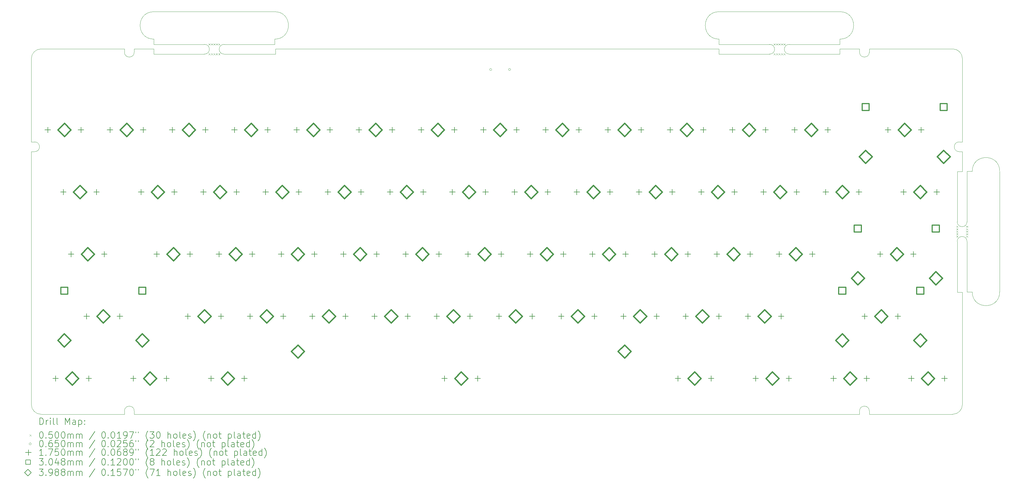
<source format=gbr>
%TF.GenerationSoftware,KiCad,Pcbnew,8.0.4*%
%TF.CreationDate,2025-02-27T13:51:56-05:00*%
%TF.ProjectId,CustomKeyboard,43757374-6f6d-44b6-9579-626f6172642e,rev?*%
%TF.SameCoordinates,Original*%
%TF.FileFunction,Drillmap*%
%TF.FilePolarity,Positive*%
%FSLAX45Y45*%
G04 Gerber Fmt 4.5, Leading zero omitted, Abs format (unit mm)*
G04 Created by KiCad (PCBNEW 8.0.4) date 2025-02-27 13:51:56*
%MOMM*%
%LPD*%
G01*
G04 APERTURE LIST*
%ADD10C,0.050000*%
%ADD11C,0.200000*%
%ADD12C,0.100000*%
%ADD13C,0.175000*%
%ADD14C,0.304800*%
%ADD15C,0.398780*%
G04 APERTURE END LIST*
D10*
X8200000Y-15500000D02*
X8200000Y-15600000D01*
X33390000Y-8160000D02*
X33390000Y-9700000D01*
X34690000Y-11450000D02*
X34690000Y-11850000D01*
X30700000Y-4500000D02*
G75*
G02*
X30400000Y-4500000I-150000J0D01*
G01*
X5050000Y-7550000D02*
X5050000Y-10900000D01*
X30400000Y-4400000D02*
X29800000Y-4400000D01*
X34690000Y-8550000D02*
X34690000Y-11450000D01*
X7900000Y-15600000D02*
X5350000Y-15600000D01*
X7900000Y-15500000D02*
G75*
G02*
X8200000Y-15500000I150000J0D01*
G01*
X33850000Y-8150000D02*
G75*
G02*
X34690000Y-8150000I420000J0D01*
G01*
X30400000Y-15600000D02*
X9500000Y-15600000D01*
X33450000Y-7550000D02*
G75*
G02*
X33450000Y-7250000I0J150000D01*
G01*
X8800000Y-4260000D02*
X10350000Y-4260000D01*
X30400000Y-15500000D02*
X30400000Y-15600000D01*
X12520000Y-4560000D02*
X12520000Y-4400000D01*
X33550000Y-11860000D02*
X33550000Y-15300000D01*
X8200000Y-4500000D02*
G75*
G02*
X7900000Y-4500000I-150000J0D01*
G01*
X5350000Y-15600000D02*
G75*
G02*
X5050000Y-15300000I0J300000D01*
G01*
X29800000Y-4560000D02*
X29800000Y-4400000D01*
X28250000Y-4260000D02*
X29800000Y-4260000D01*
X8200000Y-4400000D02*
X8800000Y-4400000D01*
X10950000Y-4560000D02*
X12520000Y-4560000D01*
X9500000Y-15600000D02*
X8200000Y-15600000D01*
X34690000Y-11850000D02*
G75*
G02*
X33850000Y-11850000I-420000J0D01*
G01*
X33550000Y-4700000D02*
X33550000Y-7250000D01*
X29400000Y-3260000D02*
X29800000Y-3260000D01*
X7900000Y-15500000D02*
X7900000Y-15600000D01*
X29800000Y-3260000D02*
G75*
G02*
X29800000Y-4100000I0J-420000D01*
G01*
X10950000Y-4260000D02*
X12500000Y-4260000D01*
X5050000Y-7250000D02*
X5050000Y-4700000D01*
X12500000Y-3260000D02*
G75*
G02*
X12500000Y-4100000I0J-420000D01*
G01*
X33390000Y-11860000D02*
X33550000Y-11860000D01*
X33690000Y-9700000D02*
G75*
G02*
X33390000Y-9700000I-150000J0D01*
G01*
X8800000Y-4560000D02*
X10350000Y-4560000D01*
X26100000Y-4560000D02*
X27650000Y-4560000D01*
X5050000Y-4700000D02*
G75*
G02*
X5350000Y-4400000I300000J0D01*
G01*
X33550000Y-7550000D02*
X33550000Y-8160000D01*
X30700000Y-4500000D02*
X30700000Y-4400000D01*
X5050000Y-12750000D02*
X5050000Y-15300000D01*
X29800000Y-4560000D02*
X28250000Y-4560000D01*
X26100000Y-4560000D02*
X26100000Y-4400000D01*
X26100000Y-4260000D02*
X26100000Y-4100000D01*
X10350000Y-4260000D02*
G75*
G02*
X10350000Y-4560000I0J-150000D01*
G01*
X33550000Y-7550000D02*
X33450000Y-7550000D01*
X8200000Y-4500000D02*
X8200000Y-4400000D01*
X29800000Y-4100000D02*
X29800000Y-4260000D01*
X8800000Y-4100000D02*
G75*
G02*
X8800000Y-3260000I0J420000D01*
G01*
X33250000Y-4400000D02*
X30700000Y-4400000D01*
X30400000Y-4500000D02*
X30400000Y-4400000D01*
X33390000Y-10300000D02*
X33390000Y-11860000D01*
X33390000Y-8160000D02*
X33550000Y-8160000D01*
X8800000Y-4560000D02*
X8800000Y-4400000D01*
X33850000Y-11850000D02*
X33690000Y-11850000D01*
X5150000Y-7250000D02*
X5050000Y-7250000D01*
X28250000Y-4560000D02*
G75*
G02*
X28250000Y-4260000I0J150000D01*
G01*
X5050000Y-10900000D02*
X5050000Y-12750000D01*
X33690000Y-8150000D02*
X33690000Y-9700000D01*
X5150000Y-7250000D02*
G75*
G02*
X5150000Y-7550000I0J-150000D01*
G01*
X5150000Y-7550000D02*
X5050000Y-7550000D01*
X26500000Y-3260000D02*
X29400000Y-3260000D01*
X33690000Y-8150000D02*
X33850000Y-8150000D01*
X33250000Y-15600000D02*
X30700000Y-15600000D01*
X33550000Y-15300000D02*
G75*
G02*
X33250000Y-15600000I-300000J0D01*
G01*
X10950000Y-4560000D02*
G75*
G02*
X10950000Y-4260000I0J150000D01*
G01*
X33450000Y-7250000D02*
X33550000Y-7250000D01*
X26100000Y-4400000D02*
X12520000Y-4400000D01*
X8800000Y-4260000D02*
X8800000Y-4100000D01*
X34690000Y-8550000D02*
X34690000Y-8150000D01*
X30700000Y-15500000D02*
X30700000Y-15600000D01*
X33390000Y-10300000D02*
G75*
G02*
X33690000Y-10300000I150000J0D01*
G01*
X26500000Y-3260000D02*
X26100000Y-3260000D01*
X7900000Y-4400000D02*
X5350000Y-4400000D01*
X30400000Y-15500000D02*
G75*
G02*
X30700000Y-15500000I150000J0D01*
G01*
X9200000Y-3260000D02*
X12100000Y-3260000D01*
X26100000Y-4260000D02*
X27650000Y-4260000D01*
X26100000Y-4100000D02*
G75*
G02*
X26100000Y-3260000I0J420000D01*
G01*
X9200000Y-3260000D02*
X8800000Y-3260000D01*
X12500000Y-4100000D02*
X12500000Y-4260000D01*
X33250000Y-4400000D02*
G75*
G02*
X33550000Y-4700000I0J-300000D01*
G01*
X27650000Y-4260000D02*
G75*
G02*
X27650000Y-4560000I0J-150000D01*
G01*
X7900000Y-4500000D02*
X7900000Y-4400000D01*
X33690000Y-10300000D02*
X33690000Y-11850000D01*
X12100000Y-3260000D02*
X12500000Y-3260000D01*
D11*
D12*
X10472600Y-4235000D02*
X10522600Y-4285000D01*
X10522600Y-4235000D02*
X10472600Y-4285000D01*
X10472600Y-4535000D02*
X10522600Y-4585000D01*
X10522600Y-4535000D02*
X10472600Y-4585000D01*
X10550000Y-4235000D02*
X10600000Y-4285000D01*
X10600000Y-4235000D02*
X10550000Y-4285000D01*
X10550000Y-4535000D02*
X10600000Y-4585000D01*
X10600000Y-4535000D02*
X10550000Y-4585000D01*
X10625000Y-4235000D02*
X10675000Y-4285000D01*
X10675000Y-4235000D02*
X10625000Y-4285000D01*
X10625000Y-4535000D02*
X10675000Y-4585000D01*
X10675000Y-4535000D02*
X10625000Y-4585000D01*
X10700000Y-4535000D02*
X10750000Y-4585000D01*
X10750000Y-4535000D02*
X10700000Y-4585000D01*
X10701200Y-4235000D02*
X10751200Y-4285000D01*
X10751200Y-4235000D02*
X10701200Y-4285000D01*
X10776200Y-4235000D02*
X10826200Y-4285000D01*
X10826200Y-4235000D02*
X10776200Y-4285000D01*
X10776200Y-4535000D02*
X10826200Y-4585000D01*
X10826200Y-4535000D02*
X10776200Y-4585000D01*
X27772600Y-4235000D02*
X27822600Y-4285000D01*
X27822600Y-4235000D02*
X27772600Y-4285000D01*
X27772600Y-4535000D02*
X27822600Y-4585000D01*
X27822600Y-4535000D02*
X27772600Y-4585000D01*
X27850000Y-4235000D02*
X27900000Y-4285000D01*
X27900000Y-4235000D02*
X27850000Y-4285000D01*
X27850000Y-4535000D02*
X27900000Y-4585000D01*
X27900000Y-4535000D02*
X27850000Y-4585000D01*
X27925000Y-4235000D02*
X27975000Y-4285000D01*
X27975000Y-4235000D02*
X27925000Y-4285000D01*
X27925000Y-4535000D02*
X27975000Y-4585000D01*
X27975000Y-4535000D02*
X27925000Y-4585000D01*
X28000000Y-4535000D02*
X28050000Y-4585000D01*
X28050000Y-4535000D02*
X28000000Y-4585000D01*
X28001200Y-4235000D02*
X28051200Y-4285000D01*
X28051200Y-4235000D02*
X28001200Y-4285000D01*
X28076200Y-4235000D02*
X28126200Y-4285000D01*
X28126200Y-4235000D02*
X28076200Y-4285000D01*
X28076200Y-4535000D02*
X28126200Y-4585000D01*
X28126200Y-4535000D02*
X28076200Y-4585000D01*
X33365000Y-9822600D02*
X33415000Y-9872600D01*
X33415000Y-9822600D02*
X33365000Y-9872600D01*
X33365000Y-9900000D02*
X33415000Y-9950000D01*
X33415000Y-9900000D02*
X33365000Y-9950000D01*
X33365000Y-9975000D02*
X33415000Y-10025000D01*
X33415000Y-9975000D02*
X33365000Y-10025000D01*
X33365000Y-10050000D02*
X33415000Y-10100000D01*
X33415000Y-10050000D02*
X33365000Y-10100000D01*
X33365000Y-10126200D02*
X33415000Y-10176200D01*
X33415000Y-10126200D02*
X33365000Y-10176200D01*
X33665000Y-9822600D02*
X33715000Y-9872600D01*
X33715000Y-9822600D02*
X33665000Y-9872600D01*
X33665000Y-9900000D02*
X33715000Y-9950000D01*
X33715000Y-9900000D02*
X33665000Y-9950000D01*
X33665000Y-9975000D02*
X33715000Y-10025000D01*
X33715000Y-9975000D02*
X33665000Y-10025000D01*
X33665000Y-10051200D02*
X33715000Y-10101200D01*
X33715000Y-10051200D02*
X33665000Y-10101200D01*
X33665000Y-10126200D02*
X33715000Y-10176200D01*
X33715000Y-10126200D02*
X33665000Y-10176200D01*
X19143500Y-5030500D02*
G75*
G02*
X19078500Y-5030500I-32500J0D01*
G01*
X19078500Y-5030500D02*
G75*
G02*
X19143500Y-5030500I32500J0D01*
G01*
X19721500Y-5030500D02*
G75*
G02*
X19656500Y-5030500I-32500J0D01*
G01*
X19656500Y-5030500D02*
G75*
G02*
X19721500Y-5030500I32500J0D01*
G01*
D13*
X5553875Y-6792500D02*
X5553875Y-6967500D01*
X5466375Y-6880000D02*
X5641375Y-6880000D01*
X5792000Y-14412500D02*
X5792000Y-14587500D01*
X5704500Y-14500000D02*
X5879500Y-14500000D01*
X6030125Y-8697500D02*
X6030125Y-8872500D01*
X5942625Y-8785000D02*
X6117625Y-8785000D01*
X6268250Y-10602500D02*
X6268250Y-10777500D01*
X6180750Y-10690000D02*
X6355750Y-10690000D01*
X6569875Y-6792500D02*
X6569875Y-6967500D01*
X6482375Y-6880000D02*
X6657375Y-6880000D01*
X6744500Y-12507500D02*
X6744500Y-12682500D01*
X6657000Y-12595000D02*
X6832000Y-12595000D01*
X6808000Y-14412500D02*
X6808000Y-14587500D01*
X6720500Y-14500000D02*
X6895500Y-14500000D01*
X7046125Y-8697500D02*
X7046125Y-8872500D01*
X6958625Y-8785000D02*
X7133625Y-8785000D01*
X7284250Y-10602500D02*
X7284250Y-10777500D01*
X7196750Y-10690000D02*
X7371750Y-10690000D01*
X7458875Y-6792500D02*
X7458875Y-6967500D01*
X7371375Y-6880000D02*
X7546375Y-6880000D01*
X7760500Y-12507500D02*
X7760500Y-12682500D01*
X7673000Y-12595000D02*
X7848000Y-12595000D01*
X8173250Y-14412500D02*
X8173250Y-14587500D01*
X8085750Y-14500000D02*
X8260750Y-14500000D01*
X8411375Y-8697500D02*
X8411375Y-8872500D01*
X8323875Y-8785000D02*
X8498875Y-8785000D01*
X8474875Y-6792500D02*
X8474875Y-6967500D01*
X8387375Y-6880000D02*
X8562375Y-6880000D01*
X8887625Y-10602500D02*
X8887625Y-10777500D01*
X8800125Y-10690000D02*
X8975125Y-10690000D01*
X9189250Y-14412500D02*
X9189250Y-14587500D01*
X9101750Y-14500000D02*
X9276750Y-14500000D01*
X9363875Y-6792500D02*
X9363875Y-6967500D01*
X9276375Y-6880000D02*
X9451375Y-6880000D01*
X9427375Y-8697500D02*
X9427375Y-8872500D01*
X9339875Y-8785000D02*
X9514875Y-8785000D01*
X9840125Y-12507500D02*
X9840125Y-12682500D01*
X9752625Y-12595000D02*
X9927625Y-12595000D01*
X9903625Y-10602500D02*
X9903625Y-10777500D01*
X9816125Y-10690000D02*
X9991125Y-10690000D01*
X10316375Y-8697500D02*
X10316375Y-8872500D01*
X10228875Y-8785000D02*
X10403875Y-8785000D01*
X10379875Y-6792500D02*
X10379875Y-6967500D01*
X10292375Y-6880000D02*
X10467375Y-6880000D01*
X10554500Y-14412500D02*
X10554500Y-14587500D01*
X10467000Y-14500000D02*
X10642000Y-14500000D01*
X10792625Y-10602500D02*
X10792625Y-10777500D01*
X10705125Y-10690000D02*
X10880125Y-10690000D01*
X10856125Y-12507500D02*
X10856125Y-12682500D01*
X10768625Y-12595000D02*
X10943625Y-12595000D01*
X11268875Y-6792500D02*
X11268875Y-6967500D01*
X11181375Y-6880000D02*
X11356375Y-6880000D01*
X11332375Y-8697500D02*
X11332375Y-8872500D01*
X11244875Y-8785000D02*
X11419875Y-8785000D01*
X11570500Y-14412500D02*
X11570500Y-14587500D01*
X11483000Y-14500000D02*
X11658000Y-14500000D01*
X11745125Y-12507500D02*
X11745125Y-12682500D01*
X11657625Y-12595000D02*
X11832625Y-12595000D01*
X11808625Y-10602500D02*
X11808625Y-10777500D01*
X11721125Y-10690000D02*
X11896125Y-10690000D01*
X12221375Y-8697500D02*
X12221375Y-8872500D01*
X12133875Y-8785000D02*
X12308875Y-8785000D01*
X12284875Y-6792500D02*
X12284875Y-6967500D01*
X12197375Y-6880000D02*
X12372375Y-6880000D01*
X12697625Y-10602500D02*
X12697625Y-10777500D01*
X12610125Y-10690000D02*
X12785125Y-10690000D01*
X12761125Y-12507500D02*
X12761125Y-12682500D01*
X12673625Y-12595000D02*
X12848625Y-12595000D01*
X13173875Y-6792500D02*
X13173875Y-6967500D01*
X13086375Y-6880000D02*
X13261375Y-6880000D01*
X13237375Y-8697500D02*
X13237375Y-8872500D01*
X13149875Y-8785000D02*
X13324875Y-8785000D01*
X13650125Y-12507500D02*
X13650125Y-12682500D01*
X13562625Y-12595000D02*
X13737625Y-12595000D01*
X13713625Y-10602500D02*
X13713625Y-10777500D01*
X13626125Y-10690000D02*
X13801125Y-10690000D01*
X14126375Y-8697500D02*
X14126375Y-8872500D01*
X14038875Y-8785000D02*
X14213875Y-8785000D01*
X14189875Y-6792500D02*
X14189875Y-6967500D01*
X14102375Y-6880000D02*
X14277375Y-6880000D01*
X14602625Y-10602500D02*
X14602625Y-10777500D01*
X14515125Y-10690000D02*
X14690125Y-10690000D01*
X14666125Y-12507500D02*
X14666125Y-12682500D01*
X14578625Y-12595000D02*
X14753625Y-12595000D01*
X15078875Y-6792500D02*
X15078875Y-6967500D01*
X14991375Y-6880000D02*
X15166375Y-6880000D01*
X15142375Y-8697500D02*
X15142375Y-8872500D01*
X15054875Y-8785000D02*
X15229875Y-8785000D01*
X15555125Y-12507500D02*
X15555125Y-12682500D01*
X15467625Y-12595000D02*
X15642625Y-12595000D01*
X15618625Y-10602500D02*
X15618625Y-10777500D01*
X15531125Y-10690000D02*
X15706125Y-10690000D01*
X16031375Y-8697500D02*
X16031375Y-8872500D01*
X15943875Y-8785000D02*
X16118875Y-8785000D01*
X16094875Y-6792500D02*
X16094875Y-6967500D01*
X16007375Y-6880000D02*
X16182375Y-6880000D01*
X16507625Y-10602500D02*
X16507625Y-10777500D01*
X16420125Y-10690000D02*
X16595125Y-10690000D01*
X16571125Y-12507500D02*
X16571125Y-12682500D01*
X16483625Y-12595000D02*
X16658625Y-12595000D01*
X16983875Y-6792500D02*
X16983875Y-6967500D01*
X16896375Y-6880000D02*
X17071375Y-6880000D01*
X17047375Y-8697500D02*
X17047375Y-8872500D01*
X16959875Y-8785000D02*
X17134875Y-8785000D01*
X17460125Y-12507500D02*
X17460125Y-12682500D01*
X17372625Y-12595000D02*
X17547625Y-12595000D01*
X17523625Y-10602500D02*
X17523625Y-10777500D01*
X17436125Y-10690000D02*
X17611125Y-10690000D01*
X17698250Y-14412500D02*
X17698250Y-14587500D01*
X17610750Y-14500000D02*
X17785750Y-14500000D01*
X17936375Y-8697500D02*
X17936375Y-8872500D01*
X17848875Y-8785000D02*
X18023875Y-8785000D01*
X17999875Y-6792500D02*
X17999875Y-6967500D01*
X17912375Y-6880000D02*
X18087375Y-6880000D01*
X18412625Y-10602500D02*
X18412625Y-10777500D01*
X18325125Y-10690000D02*
X18500125Y-10690000D01*
X18476125Y-12507500D02*
X18476125Y-12682500D01*
X18388625Y-12595000D02*
X18563625Y-12595000D01*
X18714250Y-14412500D02*
X18714250Y-14587500D01*
X18626750Y-14500000D02*
X18801750Y-14500000D01*
X18888875Y-6792500D02*
X18888875Y-6967500D01*
X18801375Y-6880000D02*
X18976375Y-6880000D01*
X18952375Y-8697500D02*
X18952375Y-8872500D01*
X18864875Y-8785000D02*
X19039875Y-8785000D01*
X19365125Y-12507500D02*
X19365125Y-12682500D01*
X19277625Y-12595000D02*
X19452625Y-12595000D01*
X19428625Y-10602500D02*
X19428625Y-10777500D01*
X19341125Y-10690000D02*
X19516125Y-10690000D01*
X19841375Y-8697500D02*
X19841375Y-8872500D01*
X19753875Y-8785000D02*
X19928875Y-8785000D01*
X19904875Y-6792500D02*
X19904875Y-6967500D01*
X19817375Y-6880000D02*
X19992375Y-6880000D01*
X20317625Y-10602500D02*
X20317625Y-10777500D01*
X20230125Y-10690000D02*
X20405125Y-10690000D01*
X20381125Y-12507500D02*
X20381125Y-12682500D01*
X20293625Y-12595000D02*
X20468625Y-12595000D01*
X20793875Y-6792500D02*
X20793875Y-6967500D01*
X20706375Y-6880000D02*
X20881375Y-6880000D01*
X20857375Y-8697500D02*
X20857375Y-8872500D01*
X20769875Y-8785000D02*
X20944875Y-8785000D01*
X21270125Y-12507500D02*
X21270125Y-12682500D01*
X21182625Y-12595000D02*
X21357625Y-12595000D01*
X21333625Y-10602500D02*
X21333625Y-10777500D01*
X21246125Y-10690000D02*
X21421125Y-10690000D01*
X21746375Y-8697500D02*
X21746375Y-8872500D01*
X21658875Y-8785000D02*
X21833875Y-8785000D01*
X21809875Y-6792500D02*
X21809875Y-6967500D01*
X21722375Y-6880000D02*
X21897375Y-6880000D01*
X22222625Y-10602500D02*
X22222625Y-10777500D01*
X22135125Y-10690000D02*
X22310125Y-10690000D01*
X22286125Y-12507500D02*
X22286125Y-12682500D01*
X22198625Y-12595000D02*
X22373625Y-12595000D01*
X22698875Y-6792500D02*
X22698875Y-6967500D01*
X22611375Y-6880000D02*
X22786375Y-6880000D01*
X22762375Y-8697500D02*
X22762375Y-8872500D01*
X22674875Y-8785000D02*
X22849875Y-8785000D01*
X23175125Y-12507500D02*
X23175125Y-12682500D01*
X23087625Y-12595000D02*
X23262625Y-12595000D01*
X23238625Y-10602500D02*
X23238625Y-10777500D01*
X23151125Y-10690000D02*
X23326125Y-10690000D01*
X23651375Y-8697500D02*
X23651375Y-8872500D01*
X23563875Y-8785000D02*
X23738875Y-8785000D01*
X23714875Y-6792500D02*
X23714875Y-6967500D01*
X23627375Y-6880000D02*
X23802375Y-6880000D01*
X24127625Y-10602500D02*
X24127625Y-10777500D01*
X24040125Y-10690000D02*
X24215125Y-10690000D01*
X24191125Y-12507500D02*
X24191125Y-12682500D01*
X24103625Y-12595000D02*
X24278625Y-12595000D01*
X24603875Y-6792500D02*
X24603875Y-6967500D01*
X24516375Y-6880000D02*
X24691375Y-6880000D01*
X24667375Y-8697500D02*
X24667375Y-8872500D01*
X24579875Y-8785000D02*
X24754875Y-8785000D01*
X24842000Y-14412500D02*
X24842000Y-14587500D01*
X24754500Y-14500000D02*
X24929500Y-14500000D01*
X25080125Y-12507500D02*
X25080125Y-12682500D01*
X24992625Y-12595000D02*
X25167625Y-12595000D01*
X25143625Y-10602500D02*
X25143625Y-10777500D01*
X25056125Y-10690000D02*
X25231125Y-10690000D01*
X25556375Y-8697500D02*
X25556375Y-8872500D01*
X25468875Y-8785000D02*
X25643875Y-8785000D01*
X25619875Y-6792500D02*
X25619875Y-6967500D01*
X25532375Y-6880000D02*
X25707375Y-6880000D01*
X25858000Y-14412500D02*
X25858000Y-14587500D01*
X25770500Y-14500000D02*
X25945500Y-14500000D01*
X26032625Y-10602500D02*
X26032625Y-10777500D01*
X25945125Y-10690000D02*
X26120125Y-10690000D01*
X26096125Y-12507500D02*
X26096125Y-12682500D01*
X26008625Y-12595000D02*
X26183625Y-12595000D01*
X26508875Y-6792500D02*
X26508875Y-6967500D01*
X26421375Y-6880000D02*
X26596375Y-6880000D01*
X26572375Y-8697500D02*
X26572375Y-8872500D01*
X26484875Y-8785000D02*
X26659875Y-8785000D01*
X26985125Y-12507500D02*
X26985125Y-12682500D01*
X26897625Y-12595000D02*
X27072625Y-12595000D01*
X27048625Y-10602500D02*
X27048625Y-10777500D01*
X26961125Y-10690000D02*
X27136125Y-10690000D01*
X27223250Y-14412500D02*
X27223250Y-14587500D01*
X27135750Y-14500000D02*
X27310750Y-14500000D01*
X27461375Y-8697500D02*
X27461375Y-8872500D01*
X27373875Y-8785000D02*
X27548875Y-8785000D01*
X27524875Y-6792500D02*
X27524875Y-6967500D01*
X27437375Y-6880000D02*
X27612375Y-6880000D01*
X27937625Y-10602500D02*
X27937625Y-10777500D01*
X27850125Y-10690000D02*
X28025125Y-10690000D01*
X28001125Y-12507500D02*
X28001125Y-12682500D01*
X27913625Y-12595000D02*
X28088625Y-12595000D01*
X28239250Y-14412500D02*
X28239250Y-14587500D01*
X28151750Y-14500000D02*
X28326750Y-14500000D01*
X28413875Y-6792500D02*
X28413875Y-6967500D01*
X28326375Y-6880000D02*
X28501375Y-6880000D01*
X28477375Y-8697500D02*
X28477375Y-8872500D01*
X28389875Y-8785000D02*
X28564875Y-8785000D01*
X28953625Y-10602500D02*
X28953625Y-10777500D01*
X28866125Y-10690000D02*
X29041125Y-10690000D01*
X29366375Y-8697500D02*
X29366375Y-8872500D01*
X29278875Y-8785000D02*
X29453875Y-8785000D01*
X29429875Y-6792500D02*
X29429875Y-6967500D01*
X29342375Y-6880000D02*
X29517375Y-6880000D01*
X29604500Y-14412500D02*
X29604500Y-14587500D01*
X29517000Y-14500000D02*
X29692000Y-14500000D01*
X30382375Y-8697500D02*
X30382375Y-8872500D01*
X30294875Y-8785000D02*
X30469875Y-8785000D01*
X30557000Y-12507500D02*
X30557000Y-12682500D01*
X30469500Y-12595000D02*
X30644500Y-12595000D01*
X30620500Y-14412500D02*
X30620500Y-14587500D01*
X30533000Y-14500000D02*
X30708000Y-14500000D01*
X31033250Y-10602500D02*
X31033250Y-10777500D01*
X30945750Y-10690000D02*
X31120750Y-10690000D01*
X31271375Y-6792500D02*
X31271375Y-6967500D01*
X31183875Y-6880000D02*
X31358875Y-6880000D01*
X31573000Y-12507500D02*
X31573000Y-12682500D01*
X31485500Y-12595000D02*
X31660500Y-12595000D01*
X31747625Y-8697500D02*
X31747625Y-8872500D01*
X31660125Y-8785000D02*
X31835125Y-8785000D01*
X31985750Y-14412500D02*
X31985750Y-14587500D01*
X31898250Y-14500000D02*
X32073250Y-14500000D01*
X32049250Y-10602500D02*
X32049250Y-10777500D01*
X31961750Y-10690000D02*
X32136750Y-10690000D01*
X32287375Y-6792500D02*
X32287375Y-6967500D01*
X32199875Y-6880000D02*
X32374875Y-6880000D01*
X32763625Y-8697500D02*
X32763625Y-8872500D01*
X32676125Y-8785000D02*
X32851125Y-8785000D01*
X33001750Y-14412500D02*
X33001750Y-14587500D01*
X32914250Y-14500000D02*
X33089250Y-14500000D01*
D14*
X6166464Y-11918769D02*
X6166464Y-11703241D01*
X5950936Y-11703241D01*
X5950936Y-11918769D01*
X6166464Y-11918769D01*
X8554064Y-11918769D02*
X8554064Y-11703241D01*
X8338536Y-11703241D01*
X8338536Y-11918769D01*
X8554064Y-11918769D01*
X29978964Y-11918769D02*
X29978964Y-11703241D01*
X29763436Y-11703241D01*
X29763436Y-11918769D01*
X29978964Y-11918769D01*
X30455214Y-10013769D02*
X30455214Y-9798241D01*
X30239686Y-9798241D01*
X30239686Y-10013769D01*
X30455214Y-10013769D01*
X30693339Y-6289264D02*
X30693339Y-6073736D01*
X30477811Y-6073736D01*
X30477811Y-6289264D01*
X30693339Y-6289264D01*
X32366564Y-11918769D02*
X32366564Y-11703241D01*
X32151036Y-11703241D01*
X32151036Y-11918769D01*
X32366564Y-11918769D01*
X32842814Y-10013769D02*
X32842814Y-9798241D01*
X32627286Y-9798241D01*
X32627286Y-10013769D01*
X32842814Y-10013769D01*
X33080939Y-6289264D02*
X33080939Y-6073736D01*
X32865411Y-6073736D01*
X32865411Y-6289264D01*
X33080939Y-6289264D01*
D15*
X6058700Y-13531395D02*
X6258090Y-13332005D01*
X6058700Y-13132615D01*
X5859310Y-13332005D01*
X6058700Y-13531395D01*
X6061875Y-7079390D02*
X6261265Y-6880000D01*
X6061875Y-6680610D01*
X5862485Y-6880000D01*
X6061875Y-7079390D01*
X6300000Y-14699390D02*
X6499390Y-14500000D01*
X6300000Y-14300610D01*
X6100610Y-14500000D01*
X6300000Y-14699390D01*
X6538125Y-8984390D02*
X6737515Y-8785000D01*
X6538125Y-8585610D01*
X6338735Y-8785000D01*
X6538125Y-8984390D01*
X6776250Y-10889390D02*
X6975640Y-10690000D01*
X6776250Y-10490610D01*
X6576860Y-10690000D01*
X6776250Y-10889390D01*
X7252500Y-12794390D02*
X7451890Y-12595000D01*
X7252500Y-12395610D01*
X7053110Y-12595000D01*
X7252500Y-12794390D01*
X7966875Y-7079390D02*
X8166265Y-6880000D01*
X7966875Y-6680610D01*
X7767485Y-6880000D01*
X7966875Y-7079390D01*
X8446300Y-13531395D02*
X8645690Y-13332005D01*
X8446300Y-13132615D01*
X8246910Y-13332005D01*
X8446300Y-13531395D01*
X8681250Y-14699390D02*
X8880640Y-14500000D01*
X8681250Y-14300610D01*
X8481860Y-14500000D01*
X8681250Y-14699390D01*
X8919375Y-8984390D02*
X9118765Y-8785000D01*
X8919375Y-8585610D01*
X8719985Y-8785000D01*
X8919375Y-8984390D01*
X9395625Y-10889390D02*
X9595015Y-10690000D01*
X9395625Y-10490610D01*
X9196235Y-10690000D01*
X9395625Y-10889390D01*
X9871875Y-7079390D02*
X10071265Y-6880000D01*
X9871875Y-6680610D01*
X9672485Y-6880000D01*
X9871875Y-7079390D01*
X10348125Y-12794390D02*
X10547515Y-12595000D01*
X10348125Y-12395610D01*
X10148735Y-12595000D01*
X10348125Y-12794390D01*
X10824375Y-8984390D02*
X11023765Y-8785000D01*
X10824375Y-8585610D01*
X10624985Y-8785000D01*
X10824375Y-8984390D01*
X11062500Y-14699390D02*
X11261890Y-14500000D01*
X11062500Y-14300610D01*
X10863110Y-14500000D01*
X11062500Y-14699390D01*
X11300625Y-10889390D02*
X11500015Y-10690000D01*
X11300625Y-10490610D01*
X11101235Y-10690000D01*
X11300625Y-10889390D01*
X11776875Y-7079390D02*
X11976265Y-6880000D01*
X11776875Y-6680610D01*
X11577485Y-6880000D01*
X11776875Y-7079390D01*
X12253125Y-12794390D02*
X12452515Y-12595000D01*
X12253125Y-12395610D01*
X12053735Y-12595000D01*
X12253125Y-12794390D01*
X12729375Y-8984390D02*
X12928765Y-8785000D01*
X12729375Y-8585610D01*
X12529985Y-8785000D01*
X12729375Y-8984390D01*
X13205625Y-10889390D02*
X13405015Y-10690000D01*
X13205625Y-10490610D01*
X13006235Y-10690000D01*
X13205625Y-10889390D01*
X13205625Y-13873890D02*
X13405015Y-13674500D01*
X13205625Y-13475110D01*
X13006235Y-13674500D01*
X13205625Y-13873890D01*
X13681875Y-7079390D02*
X13881265Y-6880000D01*
X13681875Y-6680610D01*
X13482485Y-6880000D01*
X13681875Y-7079390D01*
X14158125Y-12794390D02*
X14357515Y-12595000D01*
X14158125Y-12395610D01*
X13958735Y-12595000D01*
X14158125Y-12794390D01*
X14634375Y-8984390D02*
X14833765Y-8785000D01*
X14634375Y-8585610D01*
X14434985Y-8785000D01*
X14634375Y-8984390D01*
X15110625Y-10889390D02*
X15310015Y-10690000D01*
X15110625Y-10490610D01*
X14911235Y-10690000D01*
X15110625Y-10889390D01*
X15586875Y-7079390D02*
X15786265Y-6880000D01*
X15586875Y-6680610D01*
X15387485Y-6880000D01*
X15586875Y-7079390D01*
X16063125Y-12794390D02*
X16262515Y-12595000D01*
X16063125Y-12395610D01*
X15863735Y-12595000D01*
X16063125Y-12794390D01*
X16539375Y-8984390D02*
X16738765Y-8785000D01*
X16539375Y-8585610D01*
X16339985Y-8785000D01*
X16539375Y-8984390D01*
X17015625Y-10889390D02*
X17215015Y-10690000D01*
X17015625Y-10490610D01*
X16816235Y-10690000D01*
X17015625Y-10889390D01*
X17491875Y-7079390D02*
X17691265Y-6880000D01*
X17491875Y-6680610D01*
X17292485Y-6880000D01*
X17491875Y-7079390D01*
X17968125Y-12794390D02*
X18167515Y-12595000D01*
X17968125Y-12395610D01*
X17768735Y-12595000D01*
X17968125Y-12794390D01*
X18206250Y-14699390D02*
X18405640Y-14500000D01*
X18206250Y-14300610D01*
X18006860Y-14500000D01*
X18206250Y-14699390D01*
X18444375Y-8984390D02*
X18643765Y-8785000D01*
X18444375Y-8585610D01*
X18244985Y-8785000D01*
X18444375Y-8984390D01*
X18920625Y-10889390D02*
X19120015Y-10690000D01*
X18920625Y-10490610D01*
X18721235Y-10690000D01*
X18920625Y-10889390D01*
X19396875Y-7079390D02*
X19596265Y-6880000D01*
X19396875Y-6680610D01*
X19197485Y-6880000D01*
X19396875Y-7079390D01*
X19873125Y-12794390D02*
X20072515Y-12595000D01*
X19873125Y-12395610D01*
X19673735Y-12595000D01*
X19873125Y-12794390D01*
X20349375Y-8984390D02*
X20548765Y-8785000D01*
X20349375Y-8585610D01*
X20149985Y-8785000D01*
X20349375Y-8984390D01*
X20825625Y-10889390D02*
X21025015Y-10690000D01*
X20825625Y-10490610D01*
X20626235Y-10690000D01*
X20825625Y-10889390D01*
X21301875Y-7079390D02*
X21501265Y-6880000D01*
X21301875Y-6680610D01*
X21102485Y-6880000D01*
X21301875Y-7079390D01*
X21778125Y-12794390D02*
X21977515Y-12595000D01*
X21778125Y-12395610D01*
X21578735Y-12595000D01*
X21778125Y-12794390D01*
X22254375Y-8984390D02*
X22453765Y-8785000D01*
X22254375Y-8585610D01*
X22054985Y-8785000D01*
X22254375Y-8984390D01*
X22730625Y-10889390D02*
X22930015Y-10690000D01*
X22730625Y-10490610D01*
X22531235Y-10690000D01*
X22730625Y-10889390D01*
X23206875Y-7079390D02*
X23406265Y-6880000D01*
X23206875Y-6680610D01*
X23007485Y-6880000D01*
X23206875Y-7079390D01*
X23206875Y-13873890D02*
X23406265Y-13674500D01*
X23206875Y-13475110D01*
X23007485Y-13674500D01*
X23206875Y-13873890D01*
X23683125Y-12794390D02*
X23882515Y-12595000D01*
X23683125Y-12395610D01*
X23483735Y-12595000D01*
X23683125Y-12794390D01*
X24159375Y-8984390D02*
X24358765Y-8785000D01*
X24159375Y-8585610D01*
X23959985Y-8785000D01*
X24159375Y-8984390D01*
X24635625Y-10889390D02*
X24835015Y-10690000D01*
X24635625Y-10490610D01*
X24436235Y-10690000D01*
X24635625Y-10889390D01*
X25111875Y-7079390D02*
X25311265Y-6880000D01*
X25111875Y-6680610D01*
X24912485Y-6880000D01*
X25111875Y-7079390D01*
X25350000Y-14699390D02*
X25549390Y-14500000D01*
X25350000Y-14300610D01*
X25150610Y-14500000D01*
X25350000Y-14699390D01*
X25588125Y-12794390D02*
X25787515Y-12595000D01*
X25588125Y-12395610D01*
X25388735Y-12595000D01*
X25588125Y-12794390D01*
X26064375Y-8984390D02*
X26263765Y-8785000D01*
X26064375Y-8585610D01*
X25864985Y-8785000D01*
X26064375Y-8984390D01*
X26540625Y-10889390D02*
X26740015Y-10690000D01*
X26540625Y-10490610D01*
X26341235Y-10690000D01*
X26540625Y-10889390D01*
X27016875Y-7079390D02*
X27216265Y-6880000D01*
X27016875Y-6680610D01*
X26817485Y-6880000D01*
X27016875Y-7079390D01*
X27493125Y-12794390D02*
X27692515Y-12595000D01*
X27493125Y-12395610D01*
X27293735Y-12595000D01*
X27493125Y-12794390D01*
X27731250Y-14699390D02*
X27930640Y-14500000D01*
X27731250Y-14300610D01*
X27531860Y-14500000D01*
X27731250Y-14699390D01*
X27969375Y-8984390D02*
X28168765Y-8785000D01*
X27969375Y-8585610D01*
X27769985Y-8785000D01*
X27969375Y-8984390D01*
X28445625Y-10889390D02*
X28645015Y-10690000D01*
X28445625Y-10490610D01*
X28246235Y-10690000D01*
X28445625Y-10889390D01*
X28921875Y-7079390D02*
X29121265Y-6880000D01*
X28921875Y-6680610D01*
X28722485Y-6880000D01*
X28921875Y-7079390D01*
X29871200Y-13531395D02*
X30070590Y-13332005D01*
X29871200Y-13132615D01*
X29671810Y-13332005D01*
X29871200Y-13531395D01*
X29874375Y-8984390D02*
X30073765Y-8785000D01*
X29874375Y-8585610D01*
X29674985Y-8785000D01*
X29874375Y-8984390D01*
X30112500Y-14699390D02*
X30311890Y-14500000D01*
X30112500Y-14300610D01*
X29913110Y-14500000D01*
X30112500Y-14699390D01*
X30347450Y-11626395D02*
X30546840Y-11427005D01*
X30347450Y-11227615D01*
X30148060Y-11427005D01*
X30347450Y-11626395D01*
X30585575Y-7901890D02*
X30784965Y-7702500D01*
X30585575Y-7503110D01*
X30386185Y-7702500D01*
X30585575Y-7901890D01*
X31065000Y-12794390D02*
X31264390Y-12595000D01*
X31065000Y-12395610D01*
X30865610Y-12595000D01*
X31065000Y-12794390D01*
X31541250Y-10889390D02*
X31740640Y-10690000D01*
X31541250Y-10490610D01*
X31341860Y-10690000D01*
X31541250Y-10889390D01*
X31779375Y-7079390D02*
X31978765Y-6880000D01*
X31779375Y-6680610D01*
X31579985Y-6880000D01*
X31779375Y-7079390D01*
X32255625Y-8984390D02*
X32455015Y-8785000D01*
X32255625Y-8585610D01*
X32056235Y-8785000D01*
X32255625Y-8984390D01*
X32258800Y-13531395D02*
X32458190Y-13332005D01*
X32258800Y-13132615D01*
X32059410Y-13332005D01*
X32258800Y-13531395D01*
X32493750Y-14699390D02*
X32693140Y-14500000D01*
X32493750Y-14300610D01*
X32294360Y-14500000D01*
X32493750Y-14699390D01*
X32735050Y-11626395D02*
X32934440Y-11427005D01*
X32735050Y-11227615D01*
X32535660Y-11427005D01*
X32735050Y-11626395D01*
X32973175Y-7901890D02*
X33172565Y-7702500D01*
X32973175Y-7503110D01*
X32773785Y-7702500D01*
X32973175Y-7901890D01*
D11*
X5308277Y-15913984D02*
X5308277Y-15713984D01*
X5308277Y-15713984D02*
X5355896Y-15713984D01*
X5355896Y-15713984D02*
X5384467Y-15723507D01*
X5384467Y-15723507D02*
X5403515Y-15742555D01*
X5403515Y-15742555D02*
X5413039Y-15761603D01*
X5413039Y-15761603D02*
X5422562Y-15799698D01*
X5422562Y-15799698D02*
X5422562Y-15828269D01*
X5422562Y-15828269D02*
X5413039Y-15866365D01*
X5413039Y-15866365D02*
X5403515Y-15885412D01*
X5403515Y-15885412D02*
X5384467Y-15904460D01*
X5384467Y-15904460D02*
X5355896Y-15913984D01*
X5355896Y-15913984D02*
X5308277Y-15913984D01*
X5508277Y-15913984D02*
X5508277Y-15780650D01*
X5508277Y-15818746D02*
X5517801Y-15799698D01*
X5517801Y-15799698D02*
X5527324Y-15790174D01*
X5527324Y-15790174D02*
X5546372Y-15780650D01*
X5546372Y-15780650D02*
X5565420Y-15780650D01*
X5632086Y-15913984D02*
X5632086Y-15780650D01*
X5632086Y-15713984D02*
X5622562Y-15723507D01*
X5622562Y-15723507D02*
X5632086Y-15733031D01*
X5632086Y-15733031D02*
X5641610Y-15723507D01*
X5641610Y-15723507D02*
X5632086Y-15713984D01*
X5632086Y-15713984D02*
X5632086Y-15733031D01*
X5755896Y-15913984D02*
X5736848Y-15904460D01*
X5736848Y-15904460D02*
X5727324Y-15885412D01*
X5727324Y-15885412D02*
X5727324Y-15713984D01*
X5860658Y-15913984D02*
X5841610Y-15904460D01*
X5841610Y-15904460D02*
X5832086Y-15885412D01*
X5832086Y-15885412D02*
X5832086Y-15713984D01*
X6089229Y-15913984D02*
X6089229Y-15713984D01*
X6089229Y-15713984D02*
X6155896Y-15856841D01*
X6155896Y-15856841D02*
X6222562Y-15713984D01*
X6222562Y-15713984D02*
X6222562Y-15913984D01*
X6403515Y-15913984D02*
X6403515Y-15809222D01*
X6403515Y-15809222D02*
X6393991Y-15790174D01*
X6393991Y-15790174D02*
X6374943Y-15780650D01*
X6374943Y-15780650D02*
X6336848Y-15780650D01*
X6336848Y-15780650D02*
X6317800Y-15790174D01*
X6403515Y-15904460D02*
X6384467Y-15913984D01*
X6384467Y-15913984D02*
X6336848Y-15913984D01*
X6336848Y-15913984D02*
X6317800Y-15904460D01*
X6317800Y-15904460D02*
X6308277Y-15885412D01*
X6308277Y-15885412D02*
X6308277Y-15866365D01*
X6308277Y-15866365D02*
X6317800Y-15847317D01*
X6317800Y-15847317D02*
X6336848Y-15837793D01*
X6336848Y-15837793D02*
X6384467Y-15837793D01*
X6384467Y-15837793D02*
X6403515Y-15828269D01*
X6498753Y-15780650D02*
X6498753Y-15980650D01*
X6498753Y-15790174D02*
X6517800Y-15780650D01*
X6517800Y-15780650D02*
X6555896Y-15780650D01*
X6555896Y-15780650D02*
X6574943Y-15790174D01*
X6574943Y-15790174D02*
X6584467Y-15799698D01*
X6584467Y-15799698D02*
X6593991Y-15818746D01*
X6593991Y-15818746D02*
X6593991Y-15875888D01*
X6593991Y-15875888D02*
X6584467Y-15894936D01*
X6584467Y-15894936D02*
X6574943Y-15904460D01*
X6574943Y-15904460D02*
X6555896Y-15913984D01*
X6555896Y-15913984D02*
X6517800Y-15913984D01*
X6517800Y-15913984D02*
X6498753Y-15904460D01*
X6679705Y-15894936D02*
X6689229Y-15904460D01*
X6689229Y-15904460D02*
X6679705Y-15913984D01*
X6679705Y-15913984D02*
X6670181Y-15904460D01*
X6670181Y-15904460D02*
X6679705Y-15894936D01*
X6679705Y-15894936D02*
X6679705Y-15913984D01*
X6679705Y-15790174D02*
X6689229Y-15799698D01*
X6689229Y-15799698D02*
X6679705Y-15809222D01*
X6679705Y-15809222D02*
X6670181Y-15799698D01*
X6670181Y-15799698D02*
X6679705Y-15790174D01*
X6679705Y-15790174D02*
X6679705Y-15809222D01*
D12*
X4997500Y-16217500D02*
X5047500Y-16267500D01*
X5047500Y-16217500D02*
X4997500Y-16267500D01*
D11*
X5346372Y-16133984D02*
X5365420Y-16133984D01*
X5365420Y-16133984D02*
X5384467Y-16143507D01*
X5384467Y-16143507D02*
X5393991Y-16153031D01*
X5393991Y-16153031D02*
X5403515Y-16172079D01*
X5403515Y-16172079D02*
X5413039Y-16210174D01*
X5413039Y-16210174D02*
X5413039Y-16257793D01*
X5413039Y-16257793D02*
X5403515Y-16295888D01*
X5403515Y-16295888D02*
X5393991Y-16314936D01*
X5393991Y-16314936D02*
X5384467Y-16324460D01*
X5384467Y-16324460D02*
X5365420Y-16333984D01*
X5365420Y-16333984D02*
X5346372Y-16333984D01*
X5346372Y-16333984D02*
X5327324Y-16324460D01*
X5327324Y-16324460D02*
X5317801Y-16314936D01*
X5317801Y-16314936D02*
X5308277Y-16295888D01*
X5308277Y-16295888D02*
X5298753Y-16257793D01*
X5298753Y-16257793D02*
X5298753Y-16210174D01*
X5298753Y-16210174D02*
X5308277Y-16172079D01*
X5308277Y-16172079D02*
X5317801Y-16153031D01*
X5317801Y-16153031D02*
X5327324Y-16143507D01*
X5327324Y-16143507D02*
X5346372Y-16133984D01*
X5498753Y-16314936D02*
X5508277Y-16324460D01*
X5508277Y-16324460D02*
X5498753Y-16333984D01*
X5498753Y-16333984D02*
X5489229Y-16324460D01*
X5489229Y-16324460D02*
X5498753Y-16314936D01*
X5498753Y-16314936D02*
X5498753Y-16333984D01*
X5689229Y-16133984D02*
X5593991Y-16133984D01*
X5593991Y-16133984D02*
X5584467Y-16229222D01*
X5584467Y-16229222D02*
X5593991Y-16219698D01*
X5593991Y-16219698D02*
X5613039Y-16210174D01*
X5613039Y-16210174D02*
X5660658Y-16210174D01*
X5660658Y-16210174D02*
X5679705Y-16219698D01*
X5679705Y-16219698D02*
X5689229Y-16229222D01*
X5689229Y-16229222D02*
X5698753Y-16248269D01*
X5698753Y-16248269D02*
X5698753Y-16295888D01*
X5698753Y-16295888D02*
X5689229Y-16314936D01*
X5689229Y-16314936D02*
X5679705Y-16324460D01*
X5679705Y-16324460D02*
X5660658Y-16333984D01*
X5660658Y-16333984D02*
X5613039Y-16333984D01*
X5613039Y-16333984D02*
X5593991Y-16324460D01*
X5593991Y-16324460D02*
X5584467Y-16314936D01*
X5822562Y-16133984D02*
X5841610Y-16133984D01*
X5841610Y-16133984D02*
X5860658Y-16143507D01*
X5860658Y-16143507D02*
X5870181Y-16153031D01*
X5870181Y-16153031D02*
X5879705Y-16172079D01*
X5879705Y-16172079D02*
X5889229Y-16210174D01*
X5889229Y-16210174D02*
X5889229Y-16257793D01*
X5889229Y-16257793D02*
X5879705Y-16295888D01*
X5879705Y-16295888D02*
X5870181Y-16314936D01*
X5870181Y-16314936D02*
X5860658Y-16324460D01*
X5860658Y-16324460D02*
X5841610Y-16333984D01*
X5841610Y-16333984D02*
X5822562Y-16333984D01*
X5822562Y-16333984D02*
X5803515Y-16324460D01*
X5803515Y-16324460D02*
X5793991Y-16314936D01*
X5793991Y-16314936D02*
X5784467Y-16295888D01*
X5784467Y-16295888D02*
X5774943Y-16257793D01*
X5774943Y-16257793D02*
X5774943Y-16210174D01*
X5774943Y-16210174D02*
X5784467Y-16172079D01*
X5784467Y-16172079D02*
X5793991Y-16153031D01*
X5793991Y-16153031D02*
X5803515Y-16143507D01*
X5803515Y-16143507D02*
X5822562Y-16133984D01*
X6013039Y-16133984D02*
X6032086Y-16133984D01*
X6032086Y-16133984D02*
X6051134Y-16143507D01*
X6051134Y-16143507D02*
X6060658Y-16153031D01*
X6060658Y-16153031D02*
X6070181Y-16172079D01*
X6070181Y-16172079D02*
X6079705Y-16210174D01*
X6079705Y-16210174D02*
X6079705Y-16257793D01*
X6079705Y-16257793D02*
X6070181Y-16295888D01*
X6070181Y-16295888D02*
X6060658Y-16314936D01*
X6060658Y-16314936D02*
X6051134Y-16324460D01*
X6051134Y-16324460D02*
X6032086Y-16333984D01*
X6032086Y-16333984D02*
X6013039Y-16333984D01*
X6013039Y-16333984D02*
X5993991Y-16324460D01*
X5993991Y-16324460D02*
X5984467Y-16314936D01*
X5984467Y-16314936D02*
X5974943Y-16295888D01*
X5974943Y-16295888D02*
X5965420Y-16257793D01*
X5965420Y-16257793D02*
X5965420Y-16210174D01*
X5965420Y-16210174D02*
X5974943Y-16172079D01*
X5974943Y-16172079D02*
X5984467Y-16153031D01*
X5984467Y-16153031D02*
X5993991Y-16143507D01*
X5993991Y-16143507D02*
X6013039Y-16133984D01*
X6165420Y-16333984D02*
X6165420Y-16200650D01*
X6165420Y-16219698D02*
X6174943Y-16210174D01*
X6174943Y-16210174D02*
X6193991Y-16200650D01*
X6193991Y-16200650D02*
X6222562Y-16200650D01*
X6222562Y-16200650D02*
X6241610Y-16210174D01*
X6241610Y-16210174D02*
X6251134Y-16229222D01*
X6251134Y-16229222D02*
X6251134Y-16333984D01*
X6251134Y-16229222D02*
X6260658Y-16210174D01*
X6260658Y-16210174D02*
X6279705Y-16200650D01*
X6279705Y-16200650D02*
X6308277Y-16200650D01*
X6308277Y-16200650D02*
X6327324Y-16210174D01*
X6327324Y-16210174D02*
X6336848Y-16229222D01*
X6336848Y-16229222D02*
X6336848Y-16333984D01*
X6432086Y-16333984D02*
X6432086Y-16200650D01*
X6432086Y-16219698D02*
X6441610Y-16210174D01*
X6441610Y-16210174D02*
X6460658Y-16200650D01*
X6460658Y-16200650D02*
X6489229Y-16200650D01*
X6489229Y-16200650D02*
X6508277Y-16210174D01*
X6508277Y-16210174D02*
X6517801Y-16229222D01*
X6517801Y-16229222D02*
X6517801Y-16333984D01*
X6517801Y-16229222D02*
X6527324Y-16210174D01*
X6527324Y-16210174D02*
X6546372Y-16200650D01*
X6546372Y-16200650D02*
X6574943Y-16200650D01*
X6574943Y-16200650D02*
X6593991Y-16210174D01*
X6593991Y-16210174D02*
X6603515Y-16229222D01*
X6603515Y-16229222D02*
X6603515Y-16333984D01*
X6993991Y-16124460D02*
X6822563Y-16381603D01*
X7251134Y-16133984D02*
X7270182Y-16133984D01*
X7270182Y-16133984D02*
X7289229Y-16143507D01*
X7289229Y-16143507D02*
X7298753Y-16153031D01*
X7298753Y-16153031D02*
X7308277Y-16172079D01*
X7308277Y-16172079D02*
X7317801Y-16210174D01*
X7317801Y-16210174D02*
X7317801Y-16257793D01*
X7317801Y-16257793D02*
X7308277Y-16295888D01*
X7308277Y-16295888D02*
X7298753Y-16314936D01*
X7298753Y-16314936D02*
X7289229Y-16324460D01*
X7289229Y-16324460D02*
X7270182Y-16333984D01*
X7270182Y-16333984D02*
X7251134Y-16333984D01*
X7251134Y-16333984D02*
X7232086Y-16324460D01*
X7232086Y-16324460D02*
X7222563Y-16314936D01*
X7222563Y-16314936D02*
X7213039Y-16295888D01*
X7213039Y-16295888D02*
X7203515Y-16257793D01*
X7203515Y-16257793D02*
X7203515Y-16210174D01*
X7203515Y-16210174D02*
X7213039Y-16172079D01*
X7213039Y-16172079D02*
X7222563Y-16153031D01*
X7222563Y-16153031D02*
X7232086Y-16143507D01*
X7232086Y-16143507D02*
X7251134Y-16133984D01*
X7403515Y-16314936D02*
X7413039Y-16324460D01*
X7413039Y-16324460D02*
X7403515Y-16333984D01*
X7403515Y-16333984D02*
X7393991Y-16324460D01*
X7393991Y-16324460D02*
X7403515Y-16314936D01*
X7403515Y-16314936D02*
X7403515Y-16333984D01*
X7536848Y-16133984D02*
X7555896Y-16133984D01*
X7555896Y-16133984D02*
X7574944Y-16143507D01*
X7574944Y-16143507D02*
X7584467Y-16153031D01*
X7584467Y-16153031D02*
X7593991Y-16172079D01*
X7593991Y-16172079D02*
X7603515Y-16210174D01*
X7603515Y-16210174D02*
X7603515Y-16257793D01*
X7603515Y-16257793D02*
X7593991Y-16295888D01*
X7593991Y-16295888D02*
X7584467Y-16314936D01*
X7584467Y-16314936D02*
X7574944Y-16324460D01*
X7574944Y-16324460D02*
X7555896Y-16333984D01*
X7555896Y-16333984D02*
X7536848Y-16333984D01*
X7536848Y-16333984D02*
X7517801Y-16324460D01*
X7517801Y-16324460D02*
X7508277Y-16314936D01*
X7508277Y-16314936D02*
X7498753Y-16295888D01*
X7498753Y-16295888D02*
X7489229Y-16257793D01*
X7489229Y-16257793D02*
X7489229Y-16210174D01*
X7489229Y-16210174D02*
X7498753Y-16172079D01*
X7498753Y-16172079D02*
X7508277Y-16153031D01*
X7508277Y-16153031D02*
X7517801Y-16143507D01*
X7517801Y-16143507D02*
X7536848Y-16133984D01*
X7793991Y-16333984D02*
X7679705Y-16333984D01*
X7736848Y-16333984D02*
X7736848Y-16133984D01*
X7736848Y-16133984D02*
X7717801Y-16162555D01*
X7717801Y-16162555D02*
X7698753Y-16181603D01*
X7698753Y-16181603D02*
X7679705Y-16191126D01*
X7889229Y-16333984D02*
X7927324Y-16333984D01*
X7927324Y-16333984D02*
X7946372Y-16324460D01*
X7946372Y-16324460D02*
X7955896Y-16314936D01*
X7955896Y-16314936D02*
X7974944Y-16286365D01*
X7974944Y-16286365D02*
X7984467Y-16248269D01*
X7984467Y-16248269D02*
X7984467Y-16172079D01*
X7984467Y-16172079D02*
X7974944Y-16153031D01*
X7974944Y-16153031D02*
X7965420Y-16143507D01*
X7965420Y-16143507D02*
X7946372Y-16133984D01*
X7946372Y-16133984D02*
X7908277Y-16133984D01*
X7908277Y-16133984D02*
X7889229Y-16143507D01*
X7889229Y-16143507D02*
X7879705Y-16153031D01*
X7879705Y-16153031D02*
X7870182Y-16172079D01*
X7870182Y-16172079D02*
X7870182Y-16219698D01*
X7870182Y-16219698D02*
X7879705Y-16238746D01*
X7879705Y-16238746D02*
X7889229Y-16248269D01*
X7889229Y-16248269D02*
X7908277Y-16257793D01*
X7908277Y-16257793D02*
X7946372Y-16257793D01*
X7946372Y-16257793D02*
X7965420Y-16248269D01*
X7965420Y-16248269D02*
X7974944Y-16238746D01*
X7974944Y-16238746D02*
X7984467Y-16219698D01*
X8051134Y-16133984D02*
X8184467Y-16133984D01*
X8184467Y-16133984D02*
X8098753Y-16333984D01*
X8251134Y-16133984D02*
X8251134Y-16172079D01*
X8327325Y-16133984D02*
X8327325Y-16172079D01*
X8622563Y-16410174D02*
X8613039Y-16400650D01*
X8613039Y-16400650D02*
X8593991Y-16372079D01*
X8593991Y-16372079D02*
X8584468Y-16353031D01*
X8584468Y-16353031D02*
X8574944Y-16324460D01*
X8574944Y-16324460D02*
X8565420Y-16276841D01*
X8565420Y-16276841D02*
X8565420Y-16238746D01*
X8565420Y-16238746D02*
X8574944Y-16191126D01*
X8574944Y-16191126D02*
X8584468Y-16162555D01*
X8584468Y-16162555D02*
X8593991Y-16143507D01*
X8593991Y-16143507D02*
X8613039Y-16114936D01*
X8613039Y-16114936D02*
X8622563Y-16105412D01*
X8679706Y-16133984D02*
X8803515Y-16133984D01*
X8803515Y-16133984D02*
X8736848Y-16210174D01*
X8736848Y-16210174D02*
X8765420Y-16210174D01*
X8765420Y-16210174D02*
X8784468Y-16219698D01*
X8784468Y-16219698D02*
X8793991Y-16229222D01*
X8793991Y-16229222D02*
X8803515Y-16248269D01*
X8803515Y-16248269D02*
X8803515Y-16295888D01*
X8803515Y-16295888D02*
X8793991Y-16314936D01*
X8793991Y-16314936D02*
X8784468Y-16324460D01*
X8784468Y-16324460D02*
X8765420Y-16333984D01*
X8765420Y-16333984D02*
X8708277Y-16333984D01*
X8708277Y-16333984D02*
X8689229Y-16324460D01*
X8689229Y-16324460D02*
X8679706Y-16314936D01*
X8927325Y-16133984D02*
X8946372Y-16133984D01*
X8946372Y-16133984D02*
X8965420Y-16143507D01*
X8965420Y-16143507D02*
X8974944Y-16153031D01*
X8974944Y-16153031D02*
X8984468Y-16172079D01*
X8984468Y-16172079D02*
X8993991Y-16210174D01*
X8993991Y-16210174D02*
X8993991Y-16257793D01*
X8993991Y-16257793D02*
X8984468Y-16295888D01*
X8984468Y-16295888D02*
X8974944Y-16314936D01*
X8974944Y-16314936D02*
X8965420Y-16324460D01*
X8965420Y-16324460D02*
X8946372Y-16333984D01*
X8946372Y-16333984D02*
X8927325Y-16333984D01*
X8927325Y-16333984D02*
X8908277Y-16324460D01*
X8908277Y-16324460D02*
X8898753Y-16314936D01*
X8898753Y-16314936D02*
X8889229Y-16295888D01*
X8889229Y-16295888D02*
X8879706Y-16257793D01*
X8879706Y-16257793D02*
X8879706Y-16210174D01*
X8879706Y-16210174D02*
X8889229Y-16172079D01*
X8889229Y-16172079D02*
X8898753Y-16153031D01*
X8898753Y-16153031D02*
X8908277Y-16143507D01*
X8908277Y-16143507D02*
X8927325Y-16133984D01*
X9232087Y-16333984D02*
X9232087Y-16133984D01*
X9317801Y-16333984D02*
X9317801Y-16229222D01*
X9317801Y-16229222D02*
X9308277Y-16210174D01*
X9308277Y-16210174D02*
X9289230Y-16200650D01*
X9289230Y-16200650D02*
X9260658Y-16200650D01*
X9260658Y-16200650D02*
X9241610Y-16210174D01*
X9241610Y-16210174D02*
X9232087Y-16219698D01*
X9441610Y-16333984D02*
X9422563Y-16324460D01*
X9422563Y-16324460D02*
X9413039Y-16314936D01*
X9413039Y-16314936D02*
X9403515Y-16295888D01*
X9403515Y-16295888D02*
X9403515Y-16238746D01*
X9403515Y-16238746D02*
X9413039Y-16219698D01*
X9413039Y-16219698D02*
X9422563Y-16210174D01*
X9422563Y-16210174D02*
X9441610Y-16200650D01*
X9441610Y-16200650D02*
X9470182Y-16200650D01*
X9470182Y-16200650D02*
X9489230Y-16210174D01*
X9489230Y-16210174D02*
X9498753Y-16219698D01*
X9498753Y-16219698D02*
X9508277Y-16238746D01*
X9508277Y-16238746D02*
X9508277Y-16295888D01*
X9508277Y-16295888D02*
X9498753Y-16314936D01*
X9498753Y-16314936D02*
X9489230Y-16324460D01*
X9489230Y-16324460D02*
X9470182Y-16333984D01*
X9470182Y-16333984D02*
X9441610Y-16333984D01*
X9622563Y-16333984D02*
X9603515Y-16324460D01*
X9603515Y-16324460D02*
X9593991Y-16305412D01*
X9593991Y-16305412D02*
X9593991Y-16133984D01*
X9774944Y-16324460D02*
X9755896Y-16333984D01*
X9755896Y-16333984D02*
X9717801Y-16333984D01*
X9717801Y-16333984D02*
X9698753Y-16324460D01*
X9698753Y-16324460D02*
X9689230Y-16305412D01*
X9689230Y-16305412D02*
X9689230Y-16229222D01*
X9689230Y-16229222D02*
X9698753Y-16210174D01*
X9698753Y-16210174D02*
X9717801Y-16200650D01*
X9717801Y-16200650D02*
X9755896Y-16200650D01*
X9755896Y-16200650D02*
X9774944Y-16210174D01*
X9774944Y-16210174D02*
X9784468Y-16229222D01*
X9784468Y-16229222D02*
X9784468Y-16248269D01*
X9784468Y-16248269D02*
X9689230Y-16267317D01*
X9860658Y-16324460D02*
X9879706Y-16333984D01*
X9879706Y-16333984D02*
X9917801Y-16333984D01*
X9917801Y-16333984D02*
X9936849Y-16324460D01*
X9936849Y-16324460D02*
X9946372Y-16305412D01*
X9946372Y-16305412D02*
X9946372Y-16295888D01*
X9946372Y-16295888D02*
X9936849Y-16276841D01*
X9936849Y-16276841D02*
X9917801Y-16267317D01*
X9917801Y-16267317D02*
X9889230Y-16267317D01*
X9889230Y-16267317D02*
X9870182Y-16257793D01*
X9870182Y-16257793D02*
X9860658Y-16238746D01*
X9860658Y-16238746D02*
X9860658Y-16229222D01*
X9860658Y-16229222D02*
X9870182Y-16210174D01*
X9870182Y-16210174D02*
X9889230Y-16200650D01*
X9889230Y-16200650D02*
X9917801Y-16200650D01*
X9917801Y-16200650D02*
X9936849Y-16210174D01*
X10013039Y-16410174D02*
X10022563Y-16400650D01*
X10022563Y-16400650D02*
X10041611Y-16372079D01*
X10041611Y-16372079D02*
X10051134Y-16353031D01*
X10051134Y-16353031D02*
X10060658Y-16324460D01*
X10060658Y-16324460D02*
X10070182Y-16276841D01*
X10070182Y-16276841D02*
X10070182Y-16238746D01*
X10070182Y-16238746D02*
X10060658Y-16191126D01*
X10060658Y-16191126D02*
X10051134Y-16162555D01*
X10051134Y-16162555D02*
X10041611Y-16143507D01*
X10041611Y-16143507D02*
X10022563Y-16114936D01*
X10022563Y-16114936D02*
X10013039Y-16105412D01*
X10374944Y-16410174D02*
X10365420Y-16400650D01*
X10365420Y-16400650D02*
X10346372Y-16372079D01*
X10346372Y-16372079D02*
X10336849Y-16353031D01*
X10336849Y-16353031D02*
X10327325Y-16324460D01*
X10327325Y-16324460D02*
X10317801Y-16276841D01*
X10317801Y-16276841D02*
X10317801Y-16238746D01*
X10317801Y-16238746D02*
X10327325Y-16191126D01*
X10327325Y-16191126D02*
X10336849Y-16162555D01*
X10336849Y-16162555D02*
X10346372Y-16143507D01*
X10346372Y-16143507D02*
X10365420Y-16114936D01*
X10365420Y-16114936D02*
X10374944Y-16105412D01*
X10451134Y-16200650D02*
X10451134Y-16333984D01*
X10451134Y-16219698D02*
X10460658Y-16210174D01*
X10460658Y-16210174D02*
X10479706Y-16200650D01*
X10479706Y-16200650D02*
X10508277Y-16200650D01*
X10508277Y-16200650D02*
X10527325Y-16210174D01*
X10527325Y-16210174D02*
X10536849Y-16229222D01*
X10536849Y-16229222D02*
X10536849Y-16333984D01*
X10660658Y-16333984D02*
X10641611Y-16324460D01*
X10641611Y-16324460D02*
X10632087Y-16314936D01*
X10632087Y-16314936D02*
X10622563Y-16295888D01*
X10622563Y-16295888D02*
X10622563Y-16238746D01*
X10622563Y-16238746D02*
X10632087Y-16219698D01*
X10632087Y-16219698D02*
X10641611Y-16210174D01*
X10641611Y-16210174D02*
X10660658Y-16200650D01*
X10660658Y-16200650D02*
X10689230Y-16200650D01*
X10689230Y-16200650D02*
X10708277Y-16210174D01*
X10708277Y-16210174D02*
X10717801Y-16219698D01*
X10717801Y-16219698D02*
X10727325Y-16238746D01*
X10727325Y-16238746D02*
X10727325Y-16295888D01*
X10727325Y-16295888D02*
X10717801Y-16314936D01*
X10717801Y-16314936D02*
X10708277Y-16324460D01*
X10708277Y-16324460D02*
X10689230Y-16333984D01*
X10689230Y-16333984D02*
X10660658Y-16333984D01*
X10784468Y-16200650D02*
X10860658Y-16200650D01*
X10813039Y-16133984D02*
X10813039Y-16305412D01*
X10813039Y-16305412D02*
X10822563Y-16324460D01*
X10822563Y-16324460D02*
X10841611Y-16333984D01*
X10841611Y-16333984D02*
X10860658Y-16333984D01*
X11079706Y-16200650D02*
X11079706Y-16400650D01*
X11079706Y-16210174D02*
X11098753Y-16200650D01*
X11098753Y-16200650D02*
X11136849Y-16200650D01*
X11136849Y-16200650D02*
X11155896Y-16210174D01*
X11155896Y-16210174D02*
X11165420Y-16219698D01*
X11165420Y-16219698D02*
X11174944Y-16238746D01*
X11174944Y-16238746D02*
X11174944Y-16295888D01*
X11174944Y-16295888D02*
X11165420Y-16314936D01*
X11165420Y-16314936D02*
X11155896Y-16324460D01*
X11155896Y-16324460D02*
X11136849Y-16333984D01*
X11136849Y-16333984D02*
X11098753Y-16333984D01*
X11098753Y-16333984D02*
X11079706Y-16324460D01*
X11289230Y-16333984D02*
X11270182Y-16324460D01*
X11270182Y-16324460D02*
X11260658Y-16305412D01*
X11260658Y-16305412D02*
X11260658Y-16133984D01*
X11451134Y-16333984D02*
X11451134Y-16229222D01*
X11451134Y-16229222D02*
X11441611Y-16210174D01*
X11441611Y-16210174D02*
X11422563Y-16200650D01*
X11422563Y-16200650D02*
X11384468Y-16200650D01*
X11384468Y-16200650D02*
X11365420Y-16210174D01*
X11451134Y-16324460D02*
X11432087Y-16333984D01*
X11432087Y-16333984D02*
X11384468Y-16333984D01*
X11384468Y-16333984D02*
X11365420Y-16324460D01*
X11365420Y-16324460D02*
X11355896Y-16305412D01*
X11355896Y-16305412D02*
X11355896Y-16286365D01*
X11355896Y-16286365D02*
X11365420Y-16267317D01*
X11365420Y-16267317D02*
X11384468Y-16257793D01*
X11384468Y-16257793D02*
X11432087Y-16257793D01*
X11432087Y-16257793D02*
X11451134Y-16248269D01*
X11517801Y-16200650D02*
X11593991Y-16200650D01*
X11546372Y-16133984D02*
X11546372Y-16305412D01*
X11546372Y-16305412D02*
X11555896Y-16324460D01*
X11555896Y-16324460D02*
X11574944Y-16333984D01*
X11574944Y-16333984D02*
X11593991Y-16333984D01*
X11736849Y-16324460D02*
X11717801Y-16333984D01*
X11717801Y-16333984D02*
X11679706Y-16333984D01*
X11679706Y-16333984D02*
X11660658Y-16324460D01*
X11660658Y-16324460D02*
X11651134Y-16305412D01*
X11651134Y-16305412D02*
X11651134Y-16229222D01*
X11651134Y-16229222D02*
X11660658Y-16210174D01*
X11660658Y-16210174D02*
X11679706Y-16200650D01*
X11679706Y-16200650D02*
X11717801Y-16200650D01*
X11717801Y-16200650D02*
X11736849Y-16210174D01*
X11736849Y-16210174D02*
X11746372Y-16229222D01*
X11746372Y-16229222D02*
X11746372Y-16248269D01*
X11746372Y-16248269D02*
X11651134Y-16267317D01*
X11917801Y-16333984D02*
X11917801Y-16133984D01*
X11917801Y-16324460D02*
X11898753Y-16333984D01*
X11898753Y-16333984D02*
X11860658Y-16333984D01*
X11860658Y-16333984D02*
X11841611Y-16324460D01*
X11841611Y-16324460D02*
X11832087Y-16314936D01*
X11832087Y-16314936D02*
X11822563Y-16295888D01*
X11822563Y-16295888D02*
X11822563Y-16238746D01*
X11822563Y-16238746D02*
X11832087Y-16219698D01*
X11832087Y-16219698D02*
X11841611Y-16210174D01*
X11841611Y-16210174D02*
X11860658Y-16200650D01*
X11860658Y-16200650D02*
X11898753Y-16200650D01*
X11898753Y-16200650D02*
X11917801Y-16210174D01*
X11993992Y-16410174D02*
X12003515Y-16400650D01*
X12003515Y-16400650D02*
X12022563Y-16372079D01*
X12022563Y-16372079D02*
X12032087Y-16353031D01*
X12032087Y-16353031D02*
X12041611Y-16324460D01*
X12041611Y-16324460D02*
X12051134Y-16276841D01*
X12051134Y-16276841D02*
X12051134Y-16238746D01*
X12051134Y-16238746D02*
X12041611Y-16191126D01*
X12041611Y-16191126D02*
X12032087Y-16162555D01*
X12032087Y-16162555D02*
X12022563Y-16143507D01*
X12022563Y-16143507D02*
X12003515Y-16114936D01*
X12003515Y-16114936D02*
X11993992Y-16105412D01*
D12*
X5047500Y-16506500D02*
G75*
G02*
X4982500Y-16506500I-32500J0D01*
G01*
X4982500Y-16506500D02*
G75*
G02*
X5047500Y-16506500I32500J0D01*
G01*
D11*
X5346372Y-16397984D02*
X5365420Y-16397984D01*
X5365420Y-16397984D02*
X5384467Y-16407507D01*
X5384467Y-16407507D02*
X5393991Y-16417031D01*
X5393991Y-16417031D02*
X5403515Y-16436079D01*
X5403515Y-16436079D02*
X5413039Y-16474174D01*
X5413039Y-16474174D02*
X5413039Y-16521793D01*
X5413039Y-16521793D02*
X5403515Y-16559888D01*
X5403515Y-16559888D02*
X5393991Y-16578936D01*
X5393991Y-16578936D02*
X5384467Y-16588460D01*
X5384467Y-16588460D02*
X5365420Y-16597984D01*
X5365420Y-16597984D02*
X5346372Y-16597984D01*
X5346372Y-16597984D02*
X5327324Y-16588460D01*
X5327324Y-16588460D02*
X5317801Y-16578936D01*
X5317801Y-16578936D02*
X5308277Y-16559888D01*
X5308277Y-16559888D02*
X5298753Y-16521793D01*
X5298753Y-16521793D02*
X5298753Y-16474174D01*
X5298753Y-16474174D02*
X5308277Y-16436079D01*
X5308277Y-16436079D02*
X5317801Y-16417031D01*
X5317801Y-16417031D02*
X5327324Y-16407507D01*
X5327324Y-16407507D02*
X5346372Y-16397984D01*
X5498753Y-16578936D02*
X5508277Y-16588460D01*
X5508277Y-16588460D02*
X5498753Y-16597984D01*
X5498753Y-16597984D02*
X5489229Y-16588460D01*
X5489229Y-16588460D02*
X5498753Y-16578936D01*
X5498753Y-16578936D02*
X5498753Y-16597984D01*
X5679705Y-16397984D02*
X5641610Y-16397984D01*
X5641610Y-16397984D02*
X5622562Y-16407507D01*
X5622562Y-16407507D02*
X5613039Y-16417031D01*
X5613039Y-16417031D02*
X5593991Y-16445603D01*
X5593991Y-16445603D02*
X5584467Y-16483698D01*
X5584467Y-16483698D02*
X5584467Y-16559888D01*
X5584467Y-16559888D02*
X5593991Y-16578936D01*
X5593991Y-16578936D02*
X5603515Y-16588460D01*
X5603515Y-16588460D02*
X5622562Y-16597984D01*
X5622562Y-16597984D02*
X5660658Y-16597984D01*
X5660658Y-16597984D02*
X5679705Y-16588460D01*
X5679705Y-16588460D02*
X5689229Y-16578936D01*
X5689229Y-16578936D02*
X5698753Y-16559888D01*
X5698753Y-16559888D02*
X5698753Y-16512269D01*
X5698753Y-16512269D02*
X5689229Y-16493222D01*
X5689229Y-16493222D02*
X5679705Y-16483698D01*
X5679705Y-16483698D02*
X5660658Y-16474174D01*
X5660658Y-16474174D02*
X5622562Y-16474174D01*
X5622562Y-16474174D02*
X5603515Y-16483698D01*
X5603515Y-16483698D02*
X5593991Y-16493222D01*
X5593991Y-16493222D02*
X5584467Y-16512269D01*
X5879705Y-16397984D02*
X5784467Y-16397984D01*
X5784467Y-16397984D02*
X5774943Y-16493222D01*
X5774943Y-16493222D02*
X5784467Y-16483698D01*
X5784467Y-16483698D02*
X5803515Y-16474174D01*
X5803515Y-16474174D02*
X5851134Y-16474174D01*
X5851134Y-16474174D02*
X5870181Y-16483698D01*
X5870181Y-16483698D02*
X5879705Y-16493222D01*
X5879705Y-16493222D02*
X5889229Y-16512269D01*
X5889229Y-16512269D02*
X5889229Y-16559888D01*
X5889229Y-16559888D02*
X5879705Y-16578936D01*
X5879705Y-16578936D02*
X5870181Y-16588460D01*
X5870181Y-16588460D02*
X5851134Y-16597984D01*
X5851134Y-16597984D02*
X5803515Y-16597984D01*
X5803515Y-16597984D02*
X5784467Y-16588460D01*
X5784467Y-16588460D02*
X5774943Y-16578936D01*
X6013039Y-16397984D02*
X6032086Y-16397984D01*
X6032086Y-16397984D02*
X6051134Y-16407507D01*
X6051134Y-16407507D02*
X6060658Y-16417031D01*
X6060658Y-16417031D02*
X6070181Y-16436079D01*
X6070181Y-16436079D02*
X6079705Y-16474174D01*
X6079705Y-16474174D02*
X6079705Y-16521793D01*
X6079705Y-16521793D02*
X6070181Y-16559888D01*
X6070181Y-16559888D02*
X6060658Y-16578936D01*
X6060658Y-16578936D02*
X6051134Y-16588460D01*
X6051134Y-16588460D02*
X6032086Y-16597984D01*
X6032086Y-16597984D02*
X6013039Y-16597984D01*
X6013039Y-16597984D02*
X5993991Y-16588460D01*
X5993991Y-16588460D02*
X5984467Y-16578936D01*
X5984467Y-16578936D02*
X5974943Y-16559888D01*
X5974943Y-16559888D02*
X5965420Y-16521793D01*
X5965420Y-16521793D02*
X5965420Y-16474174D01*
X5965420Y-16474174D02*
X5974943Y-16436079D01*
X5974943Y-16436079D02*
X5984467Y-16417031D01*
X5984467Y-16417031D02*
X5993991Y-16407507D01*
X5993991Y-16407507D02*
X6013039Y-16397984D01*
X6165420Y-16597984D02*
X6165420Y-16464650D01*
X6165420Y-16483698D02*
X6174943Y-16474174D01*
X6174943Y-16474174D02*
X6193991Y-16464650D01*
X6193991Y-16464650D02*
X6222562Y-16464650D01*
X6222562Y-16464650D02*
X6241610Y-16474174D01*
X6241610Y-16474174D02*
X6251134Y-16493222D01*
X6251134Y-16493222D02*
X6251134Y-16597984D01*
X6251134Y-16493222D02*
X6260658Y-16474174D01*
X6260658Y-16474174D02*
X6279705Y-16464650D01*
X6279705Y-16464650D02*
X6308277Y-16464650D01*
X6308277Y-16464650D02*
X6327324Y-16474174D01*
X6327324Y-16474174D02*
X6336848Y-16493222D01*
X6336848Y-16493222D02*
X6336848Y-16597984D01*
X6432086Y-16597984D02*
X6432086Y-16464650D01*
X6432086Y-16483698D02*
X6441610Y-16474174D01*
X6441610Y-16474174D02*
X6460658Y-16464650D01*
X6460658Y-16464650D02*
X6489229Y-16464650D01*
X6489229Y-16464650D02*
X6508277Y-16474174D01*
X6508277Y-16474174D02*
X6517801Y-16493222D01*
X6517801Y-16493222D02*
X6517801Y-16597984D01*
X6517801Y-16493222D02*
X6527324Y-16474174D01*
X6527324Y-16474174D02*
X6546372Y-16464650D01*
X6546372Y-16464650D02*
X6574943Y-16464650D01*
X6574943Y-16464650D02*
X6593991Y-16474174D01*
X6593991Y-16474174D02*
X6603515Y-16493222D01*
X6603515Y-16493222D02*
X6603515Y-16597984D01*
X6993991Y-16388460D02*
X6822563Y-16645603D01*
X7251134Y-16397984D02*
X7270182Y-16397984D01*
X7270182Y-16397984D02*
X7289229Y-16407507D01*
X7289229Y-16407507D02*
X7298753Y-16417031D01*
X7298753Y-16417031D02*
X7308277Y-16436079D01*
X7308277Y-16436079D02*
X7317801Y-16474174D01*
X7317801Y-16474174D02*
X7317801Y-16521793D01*
X7317801Y-16521793D02*
X7308277Y-16559888D01*
X7308277Y-16559888D02*
X7298753Y-16578936D01*
X7298753Y-16578936D02*
X7289229Y-16588460D01*
X7289229Y-16588460D02*
X7270182Y-16597984D01*
X7270182Y-16597984D02*
X7251134Y-16597984D01*
X7251134Y-16597984D02*
X7232086Y-16588460D01*
X7232086Y-16588460D02*
X7222563Y-16578936D01*
X7222563Y-16578936D02*
X7213039Y-16559888D01*
X7213039Y-16559888D02*
X7203515Y-16521793D01*
X7203515Y-16521793D02*
X7203515Y-16474174D01*
X7203515Y-16474174D02*
X7213039Y-16436079D01*
X7213039Y-16436079D02*
X7222563Y-16417031D01*
X7222563Y-16417031D02*
X7232086Y-16407507D01*
X7232086Y-16407507D02*
X7251134Y-16397984D01*
X7403515Y-16578936D02*
X7413039Y-16588460D01*
X7413039Y-16588460D02*
X7403515Y-16597984D01*
X7403515Y-16597984D02*
X7393991Y-16588460D01*
X7393991Y-16588460D02*
X7403515Y-16578936D01*
X7403515Y-16578936D02*
X7403515Y-16597984D01*
X7536848Y-16397984D02*
X7555896Y-16397984D01*
X7555896Y-16397984D02*
X7574944Y-16407507D01*
X7574944Y-16407507D02*
X7584467Y-16417031D01*
X7584467Y-16417031D02*
X7593991Y-16436079D01*
X7593991Y-16436079D02*
X7603515Y-16474174D01*
X7603515Y-16474174D02*
X7603515Y-16521793D01*
X7603515Y-16521793D02*
X7593991Y-16559888D01*
X7593991Y-16559888D02*
X7584467Y-16578936D01*
X7584467Y-16578936D02*
X7574944Y-16588460D01*
X7574944Y-16588460D02*
X7555896Y-16597984D01*
X7555896Y-16597984D02*
X7536848Y-16597984D01*
X7536848Y-16597984D02*
X7517801Y-16588460D01*
X7517801Y-16588460D02*
X7508277Y-16578936D01*
X7508277Y-16578936D02*
X7498753Y-16559888D01*
X7498753Y-16559888D02*
X7489229Y-16521793D01*
X7489229Y-16521793D02*
X7489229Y-16474174D01*
X7489229Y-16474174D02*
X7498753Y-16436079D01*
X7498753Y-16436079D02*
X7508277Y-16417031D01*
X7508277Y-16417031D02*
X7517801Y-16407507D01*
X7517801Y-16407507D02*
X7536848Y-16397984D01*
X7679705Y-16417031D02*
X7689229Y-16407507D01*
X7689229Y-16407507D02*
X7708277Y-16397984D01*
X7708277Y-16397984D02*
X7755896Y-16397984D01*
X7755896Y-16397984D02*
X7774944Y-16407507D01*
X7774944Y-16407507D02*
X7784467Y-16417031D01*
X7784467Y-16417031D02*
X7793991Y-16436079D01*
X7793991Y-16436079D02*
X7793991Y-16455126D01*
X7793991Y-16455126D02*
X7784467Y-16483698D01*
X7784467Y-16483698D02*
X7670182Y-16597984D01*
X7670182Y-16597984D02*
X7793991Y-16597984D01*
X7974944Y-16397984D02*
X7879705Y-16397984D01*
X7879705Y-16397984D02*
X7870182Y-16493222D01*
X7870182Y-16493222D02*
X7879705Y-16483698D01*
X7879705Y-16483698D02*
X7898753Y-16474174D01*
X7898753Y-16474174D02*
X7946372Y-16474174D01*
X7946372Y-16474174D02*
X7965420Y-16483698D01*
X7965420Y-16483698D02*
X7974944Y-16493222D01*
X7974944Y-16493222D02*
X7984467Y-16512269D01*
X7984467Y-16512269D02*
X7984467Y-16559888D01*
X7984467Y-16559888D02*
X7974944Y-16578936D01*
X7974944Y-16578936D02*
X7965420Y-16588460D01*
X7965420Y-16588460D02*
X7946372Y-16597984D01*
X7946372Y-16597984D02*
X7898753Y-16597984D01*
X7898753Y-16597984D02*
X7879705Y-16588460D01*
X7879705Y-16588460D02*
X7870182Y-16578936D01*
X8155896Y-16397984D02*
X8117801Y-16397984D01*
X8117801Y-16397984D02*
X8098753Y-16407507D01*
X8098753Y-16407507D02*
X8089229Y-16417031D01*
X8089229Y-16417031D02*
X8070182Y-16445603D01*
X8070182Y-16445603D02*
X8060658Y-16483698D01*
X8060658Y-16483698D02*
X8060658Y-16559888D01*
X8060658Y-16559888D02*
X8070182Y-16578936D01*
X8070182Y-16578936D02*
X8079705Y-16588460D01*
X8079705Y-16588460D02*
X8098753Y-16597984D01*
X8098753Y-16597984D02*
X8136848Y-16597984D01*
X8136848Y-16597984D02*
X8155896Y-16588460D01*
X8155896Y-16588460D02*
X8165420Y-16578936D01*
X8165420Y-16578936D02*
X8174944Y-16559888D01*
X8174944Y-16559888D02*
X8174944Y-16512269D01*
X8174944Y-16512269D02*
X8165420Y-16493222D01*
X8165420Y-16493222D02*
X8155896Y-16483698D01*
X8155896Y-16483698D02*
X8136848Y-16474174D01*
X8136848Y-16474174D02*
X8098753Y-16474174D01*
X8098753Y-16474174D02*
X8079705Y-16483698D01*
X8079705Y-16483698D02*
X8070182Y-16493222D01*
X8070182Y-16493222D02*
X8060658Y-16512269D01*
X8251134Y-16397984D02*
X8251134Y-16436079D01*
X8327325Y-16397984D02*
X8327325Y-16436079D01*
X8622563Y-16674174D02*
X8613039Y-16664650D01*
X8613039Y-16664650D02*
X8593991Y-16636079D01*
X8593991Y-16636079D02*
X8584468Y-16617031D01*
X8584468Y-16617031D02*
X8574944Y-16588460D01*
X8574944Y-16588460D02*
X8565420Y-16540841D01*
X8565420Y-16540841D02*
X8565420Y-16502746D01*
X8565420Y-16502746D02*
X8574944Y-16455126D01*
X8574944Y-16455126D02*
X8584468Y-16426555D01*
X8584468Y-16426555D02*
X8593991Y-16407507D01*
X8593991Y-16407507D02*
X8613039Y-16378936D01*
X8613039Y-16378936D02*
X8622563Y-16369412D01*
X8689229Y-16417031D02*
X8698753Y-16407507D01*
X8698753Y-16407507D02*
X8717801Y-16397984D01*
X8717801Y-16397984D02*
X8765420Y-16397984D01*
X8765420Y-16397984D02*
X8784468Y-16407507D01*
X8784468Y-16407507D02*
X8793991Y-16417031D01*
X8793991Y-16417031D02*
X8803515Y-16436079D01*
X8803515Y-16436079D02*
X8803515Y-16455126D01*
X8803515Y-16455126D02*
X8793991Y-16483698D01*
X8793991Y-16483698D02*
X8679706Y-16597984D01*
X8679706Y-16597984D02*
X8803515Y-16597984D01*
X9041610Y-16597984D02*
X9041610Y-16397984D01*
X9127325Y-16597984D02*
X9127325Y-16493222D01*
X9127325Y-16493222D02*
X9117801Y-16474174D01*
X9117801Y-16474174D02*
X9098753Y-16464650D01*
X9098753Y-16464650D02*
X9070182Y-16464650D01*
X9070182Y-16464650D02*
X9051134Y-16474174D01*
X9051134Y-16474174D02*
X9041610Y-16483698D01*
X9251134Y-16597984D02*
X9232087Y-16588460D01*
X9232087Y-16588460D02*
X9222563Y-16578936D01*
X9222563Y-16578936D02*
X9213039Y-16559888D01*
X9213039Y-16559888D02*
X9213039Y-16502746D01*
X9213039Y-16502746D02*
X9222563Y-16483698D01*
X9222563Y-16483698D02*
X9232087Y-16474174D01*
X9232087Y-16474174D02*
X9251134Y-16464650D01*
X9251134Y-16464650D02*
X9279706Y-16464650D01*
X9279706Y-16464650D02*
X9298753Y-16474174D01*
X9298753Y-16474174D02*
X9308277Y-16483698D01*
X9308277Y-16483698D02*
X9317801Y-16502746D01*
X9317801Y-16502746D02*
X9317801Y-16559888D01*
X9317801Y-16559888D02*
X9308277Y-16578936D01*
X9308277Y-16578936D02*
X9298753Y-16588460D01*
X9298753Y-16588460D02*
X9279706Y-16597984D01*
X9279706Y-16597984D02*
X9251134Y-16597984D01*
X9432087Y-16597984D02*
X9413039Y-16588460D01*
X9413039Y-16588460D02*
X9403515Y-16569412D01*
X9403515Y-16569412D02*
X9403515Y-16397984D01*
X9584468Y-16588460D02*
X9565420Y-16597984D01*
X9565420Y-16597984D02*
X9527325Y-16597984D01*
X9527325Y-16597984D02*
X9508277Y-16588460D01*
X9508277Y-16588460D02*
X9498753Y-16569412D01*
X9498753Y-16569412D02*
X9498753Y-16493222D01*
X9498753Y-16493222D02*
X9508277Y-16474174D01*
X9508277Y-16474174D02*
X9527325Y-16464650D01*
X9527325Y-16464650D02*
X9565420Y-16464650D01*
X9565420Y-16464650D02*
X9584468Y-16474174D01*
X9584468Y-16474174D02*
X9593991Y-16493222D01*
X9593991Y-16493222D02*
X9593991Y-16512269D01*
X9593991Y-16512269D02*
X9498753Y-16531317D01*
X9670182Y-16588460D02*
X9689230Y-16597984D01*
X9689230Y-16597984D02*
X9727325Y-16597984D01*
X9727325Y-16597984D02*
X9746372Y-16588460D01*
X9746372Y-16588460D02*
X9755896Y-16569412D01*
X9755896Y-16569412D02*
X9755896Y-16559888D01*
X9755896Y-16559888D02*
X9746372Y-16540841D01*
X9746372Y-16540841D02*
X9727325Y-16531317D01*
X9727325Y-16531317D02*
X9698753Y-16531317D01*
X9698753Y-16531317D02*
X9679706Y-16521793D01*
X9679706Y-16521793D02*
X9670182Y-16502746D01*
X9670182Y-16502746D02*
X9670182Y-16493222D01*
X9670182Y-16493222D02*
X9679706Y-16474174D01*
X9679706Y-16474174D02*
X9698753Y-16464650D01*
X9698753Y-16464650D02*
X9727325Y-16464650D01*
X9727325Y-16464650D02*
X9746372Y-16474174D01*
X9822563Y-16674174D02*
X9832087Y-16664650D01*
X9832087Y-16664650D02*
X9851134Y-16636079D01*
X9851134Y-16636079D02*
X9860658Y-16617031D01*
X9860658Y-16617031D02*
X9870182Y-16588460D01*
X9870182Y-16588460D02*
X9879706Y-16540841D01*
X9879706Y-16540841D02*
X9879706Y-16502746D01*
X9879706Y-16502746D02*
X9870182Y-16455126D01*
X9870182Y-16455126D02*
X9860658Y-16426555D01*
X9860658Y-16426555D02*
X9851134Y-16407507D01*
X9851134Y-16407507D02*
X9832087Y-16378936D01*
X9832087Y-16378936D02*
X9822563Y-16369412D01*
X10184468Y-16674174D02*
X10174944Y-16664650D01*
X10174944Y-16664650D02*
X10155896Y-16636079D01*
X10155896Y-16636079D02*
X10146372Y-16617031D01*
X10146372Y-16617031D02*
X10136849Y-16588460D01*
X10136849Y-16588460D02*
X10127325Y-16540841D01*
X10127325Y-16540841D02*
X10127325Y-16502746D01*
X10127325Y-16502746D02*
X10136849Y-16455126D01*
X10136849Y-16455126D02*
X10146372Y-16426555D01*
X10146372Y-16426555D02*
X10155896Y-16407507D01*
X10155896Y-16407507D02*
X10174944Y-16378936D01*
X10174944Y-16378936D02*
X10184468Y-16369412D01*
X10260658Y-16464650D02*
X10260658Y-16597984D01*
X10260658Y-16483698D02*
X10270182Y-16474174D01*
X10270182Y-16474174D02*
X10289230Y-16464650D01*
X10289230Y-16464650D02*
X10317801Y-16464650D01*
X10317801Y-16464650D02*
X10336849Y-16474174D01*
X10336849Y-16474174D02*
X10346372Y-16493222D01*
X10346372Y-16493222D02*
X10346372Y-16597984D01*
X10470182Y-16597984D02*
X10451134Y-16588460D01*
X10451134Y-16588460D02*
X10441611Y-16578936D01*
X10441611Y-16578936D02*
X10432087Y-16559888D01*
X10432087Y-16559888D02*
X10432087Y-16502746D01*
X10432087Y-16502746D02*
X10441611Y-16483698D01*
X10441611Y-16483698D02*
X10451134Y-16474174D01*
X10451134Y-16474174D02*
X10470182Y-16464650D01*
X10470182Y-16464650D02*
X10498753Y-16464650D01*
X10498753Y-16464650D02*
X10517801Y-16474174D01*
X10517801Y-16474174D02*
X10527325Y-16483698D01*
X10527325Y-16483698D02*
X10536849Y-16502746D01*
X10536849Y-16502746D02*
X10536849Y-16559888D01*
X10536849Y-16559888D02*
X10527325Y-16578936D01*
X10527325Y-16578936D02*
X10517801Y-16588460D01*
X10517801Y-16588460D02*
X10498753Y-16597984D01*
X10498753Y-16597984D02*
X10470182Y-16597984D01*
X10593992Y-16464650D02*
X10670182Y-16464650D01*
X10622563Y-16397984D02*
X10622563Y-16569412D01*
X10622563Y-16569412D02*
X10632087Y-16588460D01*
X10632087Y-16588460D02*
X10651134Y-16597984D01*
X10651134Y-16597984D02*
X10670182Y-16597984D01*
X10889230Y-16464650D02*
X10889230Y-16664650D01*
X10889230Y-16474174D02*
X10908277Y-16464650D01*
X10908277Y-16464650D02*
X10946373Y-16464650D01*
X10946373Y-16464650D02*
X10965420Y-16474174D01*
X10965420Y-16474174D02*
X10974944Y-16483698D01*
X10974944Y-16483698D02*
X10984468Y-16502746D01*
X10984468Y-16502746D02*
X10984468Y-16559888D01*
X10984468Y-16559888D02*
X10974944Y-16578936D01*
X10974944Y-16578936D02*
X10965420Y-16588460D01*
X10965420Y-16588460D02*
X10946373Y-16597984D01*
X10946373Y-16597984D02*
X10908277Y-16597984D01*
X10908277Y-16597984D02*
X10889230Y-16588460D01*
X11098753Y-16597984D02*
X11079706Y-16588460D01*
X11079706Y-16588460D02*
X11070182Y-16569412D01*
X11070182Y-16569412D02*
X11070182Y-16397984D01*
X11260658Y-16597984D02*
X11260658Y-16493222D01*
X11260658Y-16493222D02*
X11251134Y-16474174D01*
X11251134Y-16474174D02*
X11232087Y-16464650D01*
X11232087Y-16464650D02*
X11193991Y-16464650D01*
X11193991Y-16464650D02*
X11174944Y-16474174D01*
X11260658Y-16588460D02*
X11241611Y-16597984D01*
X11241611Y-16597984D02*
X11193991Y-16597984D01*
X11193991Y-16597984D02*
X11174944Y-16588460D01*
X11174944Y-16588460D02*
X11165420Y-16569412D01*
X11165420Y-16569412D02*
X11165420Y-16550365D01*
X11165420Y-16550365D02*
X11174944Y-16531317D01*
X11174944Y-16531317D02*
X11193991Y-16521793D01*
X11193991Y-16521793D02*
X11241611Y-16521793D01*
X11241611Y-16521793D02*
X11260658Y-16512269D01*
X11327325Y-16464650D02*
X11403515Y-16464650D01*
X11355896Y-16397984D02*
X11355896Y-16569412D01*
X11355896Y-16569412D02*
X11365420Y-16588460D01*
X11365420Y-16588460D02*
X11384468Y-16597984D01*
X11384468Y-16597984D02*
X11403515Y-16597984D01*
X11546372Y-16588460D02*
X11527325Y-16597984D01*
X11527325Y-16597984D02*
X11489230Y-16597984D01*
X11489230Y-16597984D02*
X11470182Y-16588460D01*
X11470182Y-16588460D02*
X11460658Y-16569412D01*
X11460658Y-16569412D02*
X11460658Y-16493222D01*
X11460658Y-16493222D02*
X11470182Y-16474174D01*
X11470182Y-16474174D02*
X11489230Y-16464650D01*
X11489230Y-16464650D02*
X11527325Y-16464650D01*
X11527325Y-16464650D02*
X11546372Y-16474174D01*
X11546372Y-16474174D02*
X11555896Y-16493222D01*
X11555896Y-16493222D02*
X11555896Y-16512269D01*
X11555896Y-16512269D02*
X11460658Y-16531317D01*
X11727325Y-16597984D02*
X11727325Y-16397984D01*
X11727325Y-16588460D02*
X11708277Y-16597984D01*
X11708277Y-16597984D02*
X11670182Y-16597984D01*
X11670182Y-16597984D02*
X11651134Y-16588460D01*
X11651134Y-16588460D02*
X11641611Y-16578936D01*
X11641611Y-16578936D02*
X11632087Y-16559888D01*
X11632087Y-16559888D02*
X11632087Y-16502746D01*
X11632087Y-16502746D02*
X11641611Y-16483698D01*
X11641611Y-16483698D02*
X11651134Y-16474174D01*
X11651134Y-16474174D02*
X11670182Y-16464650D01*
X11670182Y-16464650D02*
X11708277Y-16464650D01*
X11708277Y-16464650D02*
X11727325Y-16474174D01*
X11803515Y-16674174D02*
X11813039Y-16664650D01*
X11813039Y-16664650D02*
X11832087Y-16636079D01*
X11832087Y-16636079D02*
X11841611Y-16617031D01*
X11841611Y-16617031D02*
X11851134Y-16588460D01*
X11851134Y-16588460D02*
X11860658Y-16540841D01*
X11860658Y-16540841D02*
X11860658Y-16502746D01*
X11860658Y-16502746D02*
X11851134Y-16455126D01*
X11851134Y-16455126D02*
X11841611Y-16426555D01*
X11841611Y-16426555D02*
X11832087Y-16407507D01*
X11832087Y-16407507D02*
X11813039Y-16378936D01*
X11813039Y-16378936D02*
X11803515Y-16369412D01*
D13*
X4960000Y-16683000D02*
X4960000Y-16858000D01*
X4872500Y-16770500D02*
X5047500Y-16770500D01*
D11*
X5413039Y-16861984D02*
X5298753Y-16861984D01*
X5355896Y-16861984D02*
X5355896Y-16661984D01*
X5355896Y-16661984D02*
X5336848Y-16690555D01*
X5336848Y-16690555D02*
X5317801Y-16709603D01*
X5317801Y-16709603D02*
X5298753Y-16719126D01*
X5498753Y-16842936D02*
X5508277Y-16852460D01*
X5508277Y-16852460D02*
X5498753Y-16861984D01*
X5498753Y-16861984D02*
X5489229Y-16852460D01*
X5489229Y-16852460D02*
X5498753Y-16842936D01*
X5498753Y-16842936D02*
X5498753Y-16861984D01*
X5574943Y-16661984D02*
X5708277Y-16661984D01*
X5708277Y-16661984D02*
X5622562Y-16861984D01*
X5879705Y-16661984D02*
X5784467Y-16661984D01*
X5784467Y-16661984D02*
X5774943Y-16757222D01*
X5774943Y-16757222D02*
X5784467Y-16747698D01*
X5784467Y-16747698D02*
X5803515Y-16738174D01*
X5803515Y-16738174D02*
X5851134Y-16738174D01*
X5851134Y-16738174D02*
X5870181Y-16747698D01*
X5870181Y-16747698D02*
X5879705Y-16757222D01*
X5879705Y-16757222D02*
X5889229Y-16776269D01*
X5889229Y-16776269D02*
X5889229Y-16823888D01*
X5889229Y-16823888D02*
X5879705Y-16842936D01*
X5879705Y-16842936D02*
X5870181Y-16852460D01*
X5870181Y-16852460D02*
X5851134Y-16861984D01*
X5851134Y-16861984D02*
X5803515Y-16861984D01*
X5803515Y-16861984D02*
X5784467Y-16852460D01*
X5784467Y-16852460D02*
X5774943Y-16842936D01*
X6013039Y-16661984D02*
X6032086Y-16661984D01*
X6032086Y-16661984D02*
X6051134Y-16671507D01*
X6051134Y-16671507D02*
X6060658Y-16681031D01*
X6060658Y-16681031D02*
X6070181Y-16700079D01*
X6070181Y-16700079D02*
X6079705Y-16738174D01*
X6079705Y-16738174D02*
X6079705Y-16785793D01*
X6079705Y-16785793D02*
X6070181Y-16823888D01*
X6070181Y-16823888D02*
X6060658Y-16842936D01*
X6060658Y-16842936D02*
X6051134Y-16852460D01*
X6051134Y-16852460D02*
X6032086Y-16861984D01*
X6032086Y-16861984D02*
X6013039Y-16861984D01*
X6013039Y-16861984D02*
X5993991Y-16852460D01*
X5993991Y-16852460D02*
X5984467Y-16842936D01*
X5984467Y-16842936D02*
X5974943Y-16823888D01*
X5974943Y-16823888D02*
X5965420Y-16785793D01*
X5965420Y-16785793D02*
X5965420Y-16738174D01*
X5965420Y-16738174D02*
X5974943Y-16700079D01*
X5974943Y-16700079D02*
X5984467Y-16681031D01*
X5984467Y-16681031D02*
X5993991Y-16671507D01*
X5993991Y-16671507D02*
X6013039Y-16661984D01*
X6165420Y-16861984D02*
X6165420Y-16728650D01*
X6165420Y-16747698D02*
X6174943Y-16738174D01*
X6174943Y-16738174D02*
X6193991Y-16728650D01*
X6193991Y-16728650D02*
X6222562Y-16728650D01*
X6222562Y-16728650D02*
X6241610Y-16738174D01*
X6241610Y-16738174D02*
X6251134Y-16757222D01*
X6251134Y-16757222D02*
X6251134Y-16861984D01*
X6251134Y-16757222D02*
X6260658Y-16738174D01*
X6260658Y-16738174D02*
X6279705Y-16728650D01*
X6279705Y-16728650D02*
X6308277Y-16728650D01*
X6308277Y-16728650D02*
X6327324Y-16738174D01*
X6327324Y-16738174D02*
X6336848Y-16757222D01*
X6336848Y-16757222D02*
X6336848Y-16861984D01*
X6432086Y-16861984D02*
X6432086Y-16728650D01*
X6432086Y-16747698D02*
X6441610Y-16738174D01*
X6441610Y-16738174D02*
X6460658Y-16728650D01*
X6460658Y-16728650D02*
X6489229Y-16728650D01*
X6489229Y-16728650D02*
X6508277Y-16738174D01*
X6508277Y-16738174D02*
X6517801Y-16757222D01*
X6517801Y-16757222D02*
X6517801Y-16861984D01*
X6517801Y-16757222D02*
X6527324Y-16738174D01*
X6527324Y-16738174D02*
X6546372Y-16728650D01*
X6546372Y-16728650D02*
X6574943Y-16728650D01*
X6574943Y-16728650D02*
X6593991Y-16738174D01*
X6593991Y-16738174D02*
X6603515Y-16757222D01*
X6603515Y-16757222D02*
X6603515Y-16861984D01*
X6993991Y-16652460D02*
X6822563Y-16909603D01*
X7251134Y-16661984D02*
X7270182Y-16661984D01*
X7270182Y-16661984D02*
X7289229Y-16671507D01*
X7289229Y-16671507D02*
X7298753Y-16681031D01*
X7298753Y-16681031D02*
X7308277Y-16700079D01*
X7308277Y-16700079D02*
X7317801Y-16738174D01*
X7317801Y-16738174D02*
X7317801Y-16785793D01*
X7317801Y-16785793D02*
X7308277Y-16823888D01*
X7308277Y-16823888D02*
X7298753Y-16842936D01*
X7298753Y-16842936D02*
X7289229Y-16852460D01*
X7289229Y-16852460D02*
X7270182Y-16861984D01*
X7270182Y-16861984D02*
X7251134Y-16861984D01*
X7251134Y-16861984D02*
X7232086Y-16852460D01*
X7232086Y-16852460D02*
X7222563Y-16842936D01*
X7222563Y-16842936D02*
X7213039Y-16823888D01*
X7213039Y-16823888D02*
X7203515Y-16785793D01*
X7203515Y-16785793D02*
X7203515Y-16738174D01*
X7203515Y-16738174D02*
X7213039Y-16700079D01*
X7213039Y-16700079D02*
X7222563Y-16681031D01*
X7222563Y-16681031D02*
X7232086Y-16671507D01*
X7232086Y-16671507D02*
X7251134Y-16661984D01*
X7403515Y-16842936D02*
X7413039Y-16852460D01*
X7413039Y-16852460D02*
X7403515Y-16861984D01*
X7403515Y-16861984D02*
X7393991Y-16852460D01*
X7393991Y-16852460D02*
X7403515Y-16842936D01*
X7403515Y-16842936D02*
X7403515Y-16861984D01*
X7536848Y-16661984D02*
X7555896Y-16661984D01*
X7555896Y-16661984D02*
X7574944Y-16671507D01*
X7574944Y-16671507D02*
X7584467Y-16681031D01*
X7584467Y-16681031D02*
X7593991Y-16700079D01*
X7593991Y-16700079D02*
X7603515Y-16738174D01*
X7603515Y-16738174D02*
X7603515Y-16785793D01*
X7603515Y-16785793D02*
X7593991Y-16823888D01*
X7593991Y-16823888D02*
X7584467Y-16842936D01*
X7584467Y-16842936D02*
X7574944Y-16852460D01*
X7574944Y-16852460D02*
X7555896Y-16861984D01*
X7555896Y-16861984D02*
X7536848Y-16861984D01*
X7536848Y-16861984D02*
X7517801Y-16852460D01*
X7517801Y-16852460D02*
X7508277Y-16842936D01*
X7508277Y-16842936D02*
X7498753Y-16823888D01*
X7498753Y-16823888D02*
X7489229Y-16785793D01*
X7489229Y-16785793D02*
X7489229Y-16738174D01*
X7489229Y-16738174D02*
X7498753Y-16700079D01*
X7498753Y-16700079D02*
X7508277Y-16681031D01*
X7508277Y-16681031D02*
X7517801Y-16671507D01*
X7517801Y-16671507D02*
X7536848Y-16661984D01*
X7774944Y-16661984D02*
X7736848Y-16661984D01*
X7736848Y-16661984D02*
X7717801Y-16671507D01*
X7717801Y-16671507D02*
X7708277Y-16681031D01*
X7708277Y-16681031D02*
X7689229Y-16709603D01*
X7689229Y-16709603D02*
X7679705Y-16747698D01*
X7679705Y-16747698D02*
X7679705Y-16823888D01*
X7679705Y-16823888D02*
X7689229Y-16842936D01*
X7689229Y-16842936D02*
X7698753Y-16852460D01*
X7698753Y-16852460D02*
X7717801Y-16861984D01*
X7717801Y-16861984D02*
X7755896Y-16861984D01*
X7755896Y-16861984D02*
X7774944Y-16852460D01*
X7774944Y-16852460D02*
X7784467Y-16842936D01*
X7784467Y-16842936D02*
X7793991Y-16823888D01*
X7793991Y-16823888D02*
X7793991Y-16776269D01*
X7793991Y-16776269D02*
X7784467Y-16757222D01*
X7784467Y-16757222D02*
X7774944Y-16747698D01*
X7774944Y-16747698D02*
X7755896Y-16738174D01*
X7755896Y-16738174D02*
X7717801Y-16738174D01*
X7717801Y-16738174D02*
X7698753Y-16747698D01*
X7698753Y-16747698D02*
X7689229Y-16757222D01*
X7689229Y-16757222D02*
X7679705Y-16776269D01*
X7908277Y-16747698D02*
X7889229Y-16738174D01*
X7889229Y-16738174D02*
X7879705Y-16728650D01*
X7879705Y-16728650D02*
X7870182Y-16709603D01*
X7870182Y-16709603D02*
X7870182Y-16700079D01*
X7870182Y-16700079D02*
X7879705Y-16681031D01*
X7879705Y-16681031D02*
X7889229Y-16671507D01*
X7889229Y-16671507D02*
X7908277Y-16661984D01*
X7908277Y-16661984D02*
X7946372Y-16661984D01*
X7946372Y-16661984D02*
X7965420Y-16671507D01*
X7965420Y-16671507D02*
X7974944Y-16681031D01*
X7974944Y-16681031D02*
X7984467Y-16700079D01*
X7984467Y-16700079D02*
X7984467Y-16709603D01*
X7984467Y-16709603D02*
X7974944Y-16728650D01*
X7974944Y-16728650D02*
X7965420Y-16738174D01*
X7965420Y-16738174D02*
X7946372Y-16747698D01*
X7946372Y-16747698D02*
X7908277Y-16747698D01*
X7908277Y-16747698D02*
X7889229Y-16757222D01*
X7889229Y-16757222D02*
X7879705Y-16766746D01*
X7879705Y-16766746D02*
X7870182Y-16785793D01*
X7870182Y-16785793D02*
X7870182Y-16823888D01*
X7870182Y-16823888D02*
X7879705Y-16842936D01*
X7879705Y-16842936D02*
X7889229Y-16852460D01*
X7889229Y-16852460D02*
X7908277Y-16861984D01*
X7908277Y-16861984D02*
X7946372Y-16861984D01*
X7946372Y-16861984D02*
X7965420Y-16852460D01*
X7965420Y-16852460D02*
X7974944Y-16842936D01*
X7974944Y-16842936D02*
X7984467Y-16823888D01*
X7984467Y-16823888D02*
X7984467Y-16785793D01*
X7984467Y-16785793D02*
X7974944Y-16766746D01*
X7974944Y-16766746D02*
X7965420Y-16757222D01*
X7965420Y-16757222D02*
X7946372Y-16747698D01*
X8079705Y-16861984D02*
X8117801Y-16861984D01*
X8117801Y-16861984D02*
X8136848Y-16852460D01*
X8136848Y-16852460D02*
X8146372Y-16842936D01*
X8146372Y-16842936D02*
X8165420Y-16814365D01*
X8165420Y-16814365D02*
X8174944Y-16776269D01*
X8174944Y-16776269D02*
X8174944Y-16700079D01*
X8174944Y-16700079D02*
X8165420Y-16681031D01*
X8165420Y-16681031D02*
X8155896Y-16671507D01*
X8155896Y-16671507D02*
X8136848Y-16661984D01*
X8136848Y-16661984D02*
X8098753Y-16661984D01*
X8098753Y-16661984D02*
X8079705Y-16671507D01*
X8079705Y-16671507D02*
X8070182Y-16681031D01*
X8070182Y-16681031D02*
X8060658Y-16700079D01*
X8060658Y-16700079D02*
X8060658Y-16747698D01*
X8060658Y-16747698D02*
X8070182Y-16766746D01*
X8070182Y-16766746D02*
X8079705Y-16776269D01*
X8079705Y-16776269D02*
X8098753Y-16785793D01*
X8098753Y-16785793D02*
X8136848Y-16785793D01*
X8136848Y-16785793D02*
X8155896Y-16776269D01*
X8155896Y-16776269D02*
X8165420Y-16766746D01*
X8165420Y-16766746D02*
X8174944Y-16747698D01*
X8251134Y-16661984D02*
X8251134Y-16700079D01*
X8327325Y-16661984D02*
X8327325Y-16700079D01*
X8622563Y-16938174D02*
X8613039Y-16928650D01*
X8613039Y-16928650D02*
X8593991Y-16900079D01*
X8593991Y-16900079D02*
X8584468Y-16881031D01*
X8584468Y-16881031D02*
X8574944Y-16852460D01*
X8574944Y-16852460D02*
X8565420Y-16804841D01*
X8565420Y-16804841D02*
X8565420Y-16766746D01*
X8565420Y-16766746D02*
X8574944Y-16719126D01*
X8574944Y-16719126D02*
X8584468Y-16690555D01*
X8584468Y-16690555D02*
X8593991Y-16671507D01*
X8593991Y-16671507D02*
X8613039Y-16642936D01*
X8613039Y-16642936D02*
X8622563Y-16633412D01*
X8803515Y-16861984D02*
X8689229Y-16861984D01*
X8746372Y-16861984D02*
X8746372Y-16661984D01*
X8746372Y-16661984D02*
X8727325Y-16690555D01*
X8727325Y-16690555D02*
X8708277Y-16709603D01*
X8708277Y-16709603D02*
X8689229Y-16719126D01*
X8879706Y-16681031D02*
X8889229Y-16671507D01*
X8889229Y-16671507D02*
X8908277Y-16661984D01*
X8908277Y-16661984D02*
X8955896Y-16661984D01*
X8955896Y-16661984D02*
X8974944Y-16671507D01*
X8974944Y-16671507D02*
X8984468Y-16681031D01*
X8984468Y-16681031D02*
X8993991Y-16700079D01*
X8993991Y-16700079D02*
X8993991Y-16719126D01*
X8993991Y-16719126D02*
X8984468Y-16747698D01*
X8984468Y-16747698D02*
X8870182Y-16861984D01*
X8870182Y-16861984D02*
X8993991Y-16861984D01*
X9070182Y-16681031D02*
X9079706Y-16671507D01*
X9079706Y-16671507D02*
X9098753Y-16661984D01*
X9098753Y-16661984D02*
X9146372Y-16661984D01*
X9146372Y-16661984D02*
X9165420Y-16671507D01*
X9165420Y-16671507D02*
X9174944Y-16681031D01*
X9174944Y-16681031D02*
X9184468Y-16700079D01*
X9184468Y-16700079D02*
X9184468Y-16719126D01*
X9184468Y-16719126D02*
X9174944Y-16747698D01*
X9174944Y-16747698D02*
X9060658Y-16861984D01*
X9060658Y-16861984D02*
X9184468Y-16861984D01*
X9422563Y-16861984D02*
X9422563Y-16661984D01*
X9508277Y-16861984D02*
X9508277Y-16757222D01*
X9508277Y-16757222D02*
X9498753Y-16738174D01*
X9498753Y-16738174D02*
X9479706Y-16728650D01*
X9479706Y-16728650D02*
X9451134Y-16728650D01*
X9451134Y-16728650D02*
X9432087Y-16738174D01*
X9432087Y-16738174D02*
X9422563Y-16747698D01*
X9632087Y-16861984D02*
X9613039Y-16852460D01*
X9613039Y-16852460D02*
X9603515Y-16842936D01*
X9603515Y-16842936D02*
X9593991Y-16823888D01*
X9593991Y-16823888D02*
X9593991Y-16766746D01*
X9593991Y-16766746D02*
X9603515Y-16747698D01*
X9603515Y-16747698D02*
X9613039Y-16738174D01*
X9613039Y-16738174D02*
X9632087Y-16728650D01*
X9632087Y-16728650D02*
X9660658Y-16728650D01*
X9660658Y-16728650D02*
X9679706Y-16738174D01*
X9679706Y-16738174D02*
X9689230Y-16747698D01*
X9689230Y-16747698D02*
X9698753Y-16766746D01*
X9698753Y-16766746D02*
X9698753Y-16823888D01*
X9698753Y-16823888D02*
X9689230Y-16842936D01*
X9689230Y-16842936D02*
X9679706Y-16852460D01*
X9679706Y-16852460D02*
X9660658Y-16861984D01*
X9660658Y-16861984D02*
X9632087Y-16861984D01*
X9813039Y-16861984D02*
X9793991Y-16852460D01*
X9793991Y-16852460D02*
X9784468Y-16833412D01*
X9784468Y-16833412D02*
X9784468Y-16661984D01*
X9965420Y-16852460D02*
X9946372Y-16861984D01*
X9946372Y-16861984D02*
X9908277Y-16861984D01*
X9908277Y-16861984D02*
X9889230Y-16852460D01*
X9889230Y-16852460D02*
X9879706Y-16833412D01*
X9879706Y-16833412D02*
X9879706Y-16757222D01*
X9879706Y-16757222D02*
X9889230Y-16738174D01*
X9889230Y-16738174D02*
X9908277Y-16728650D01*
X9908277Y-16728650D02*
X9946372Y-16728650D01*
X9946372Y-16728650D02*
X9965420Y-16738174D01*
X9965420Y-16738174D02*
X9974944Y-16757222D01*
X9974944Y-16757222D02*
X9974944Y-16776269D01*
X9974944Y-16776269D02*
X9879706Y-16795317D01*
X10051134Y-16852460D02*
X10070182Y-16861984D01*
X10070182Y-16861984D02*
X10108277Y-16861984D01*
X10108277Y-16861984D02*
X10127325Y-16852460D01*
X10127325Y-16852460D02*
X10136849Y-16833412D01*
X10136849Y-16833412D02*
X10136849Y-16823888D01*
X10136849Y-16823888D02*
X10127325Y-16804841D01*
X10127325Y-16804841D02*
X10108277Y-16795317D01*
X10108277Y-16795317D02*
X10079706Y-16795317D01*
X10079706Y-16795317D02*
X10060658Y-16785793D01*
X10060658Y-16785793D02*
X10051134Y-16766746D01*
X10051134Y-16766746D02*
X10051134Y-16757222D01*
X10051134Y-16757222D02*
X10060658Y-16738174D01*
X10060658Y-16738174D02*
X10079706Y-16728650D01*
X10079706Y-16728650D02*
X10108277Y-16728650D01*
X10108277Y-16728650D02*
X10127325Y-16738174D01*
X10203515Y-16938174D02*
X10213039Y-16928650D01*
X10213039Y-16928650D02*
X10232087Y-16900079D01*
X10232087Y-16900079D02*
X10241611Y-16881031D01*
X10241611Y-16881031D02*
X10251134Y-16852460D01*
X10251134Y-16852460D02*
X10260658Y-16804841D01*
X10260658Y-16804841D02*
X10260658Y-16766746D01*
X10260658Y-16766746D02*
X10251134Y-16719126D01*
X10251134Y-16719126D02*
X10241611Y-16690555D01*
X10241611Y-16690555D02*
X10232087Y-16671507D01*
X10232087Y-16671507D02*
X10213039Y-16642936D01*
X10213039Y-16642936D02*
X10203515Y-16633412D01*
X10565420Y-16938174D02*
X10555896Y-16928650D01*
X10555896Y-16928650D02*
X10536849Y-16900079D01*
X10536849Y-16900079D02*
X10527325Y-16881031D01*
X10527325Y-16881031D02*
X10517801Y-16852460D01*
X10517801Y-16852460D02*
X10508277Y-16804841D01*
X10508277Y-16804841D02*
X10508277Y-16766746D01*
X10508277Y-16766746D02*
X10517801Y-16719126D01*
X10517801Y-16719126D02*
X10527325Y-16690555D01*
X10527325Y-16690555D02*
X10536849Y-16671507D01*
X10536849Y-16671507D02*
X10555896Y-16642936D01*
X10555896Y-16642936D02*
X10565420Y-16633412D01*
X10641611Y-16728650D02*
X10641611Y-16861984D01*
X10641611Y-16747698D02*
X10651134Y-16738174D01*
X10651134Y-16738174D02*
X10670182Y-16728650D01*
X10670182Y-16728650D02*
X10698753Y-16728650D01*
X10698753Y-16728650D02*
X10717801Y-16738174D01*
X10717801Y-16738174D02*
X10727325Y-16757222D01*
X10727325Y-16757222D02*
X10727325Y-16861984D01*
X10851134Y-16861984D02*
X10832087Y-16852460D01*
X10832087Y-16852460D02*
X10822563Y-16842936D01*
X10822563Y-16842936D02*
X10813039Y-16823888D01*
X10813039Y-16823888D02*
X10813039Y-16766746D01*
X10813039Y-16766746D02*
X10822563Y-16747698D01*
X10822563Y-16747698D02*
X10832087Y-16738174D01*
X10832087Y-16738174D02*
X10851134Y-16728650D01*
X10851134Y-16728650D02*
X10879706Y-16728650D01*
X10879706Y-16728650D02*
X10898753Y-16738174D01*
X10898753Y-16738174D02*
X10908277Y-16747698D01*
X10908277Y-16747698D02*
X10917801Y-16766746D01*
X10917801Y-16766746D02*
X10917801Y-16823888D01*
X10917801Y-16823888D02*
X10908277Y-16842936D01*
X10908277Y-16842936D02*
X10898753Y-16852460D01*
X10898753Y-16852460D02*
X10879706Y-16861984D01*
X10879706Y-16861984D02*
X10851134Y-16861984D01*
X10974944Y-16728650D02*
X11051134Y-16728650D01*
X11003515Y-16661984D02*
X11003515Y-16833412D01*
X11003515Y-16833412D02*
X11013039Y-16852460D01*
X11013039Y-16852460D02*
X11032087Y-16861984D01*
X11032087Y-16861984D02*
X11051134Y-16861984D01*
X11270182Y-16728650D02*
X11270182Y-16928650D01*
X11270182Y-16738174D02*
X11289230Y-16728650D01*
X11289230Y-16728650D02*
X11327325Y-16728650D01*
X11327325Y-16728650D02*
X11346372Y-16738174D01*
X11346372Y-16738174D02*
X11355896Y-16747698D01*
X11355896Y-16747698D02*
X11365420Y-16766746D01*
X11365420Y-16766746D02*
X11365420Y-16823888D01*
X11365420Y-16823888D02*
X11355896Y-16842936D01*
X11355896Y-16842936D02*
X11346372Y-16852460D01*
X11346372Y-16852460D02*
X11327325Y-16861984D01*
X11327325Y-16861984D02*
X11289230Y-16861984D01*
X11289230Y-16861984D02*
X11270182Y-16852460D01*
X11479706Y-16861984D02*
X11460658Y-16852460D01*
X11460658Y-16852460D02*
X11451134Y-16833412D01*
X11451134Y-16833412D02*
X11451134Y-16661984D01*
X11641611Y-16861984D02*
X11641611Y-16757222D01*
X11641611Y-16757222D02*
X11632087Y-16738174D01*
X11632087Y-16738174D02*
X11613039Y-16728650D01*
X11613039Y-16728650D02*
X11574944Y-16728650D01*
X11574944Y-16728650D02*
X11555896Y-16738174D01*
X11641611Y-16852460D02*
X11622563Y-16861984D01*
X11622563Y-16861984D02*
X11574944Y-16861984D01*
X11574944Y-16861984D02*
X11555896Y-16852460D01*
X11555896Y-16852460D02*
X11546372Y-16833412D01*
X11546372Y-16833412D02*
X11546372Y-16814365D01*
X11546372Y-16814365D02*
X11555896Y-16795317D01*
X11555896Y-16795317D02*
X11574944Y-16785793D01*
X11574944Y-16785793D02*
X11622563Y-16785793D01*
X11622563Y-16785793D02*
X11641611Y-16776269D01*
X11708277Y-16728650D02*
X11784468Y-16728650D01*
X11736849Y-16661984D02*
X11736849Y-16833412D01*
X11736849Y-16833412D02*
X11746372Y-16852460D01*
X11746372Y-16852460D02*
X11765420Y-16861984D01*
X11765420Y-16861984D02*
X11784468Y-16861984D01*
X11927325Y-16852460D02*
X11908277Y-16861984D01*
X11908277Y-16861984D02*
X11870182Y-16861984D01*
X11870182Y-16861984D02*
X11851134Y-16852460D01*
X11851134Y-16852460D02*
X11841611Y-16833412D01*
X11841611Y-16833412D02*
X11841611Y-16757222D01*
X11841611Y-16757222D02*
X11851134Y-16738174D01*
X11851134Y-16738174D02*
X11870182Y-16728650D01*
X11870182Y-16728650D02*
X11908277Y-16728650D01*
X11908277Y-16728650D02*
X11927325Y-16738174D01*
X11927325Y-16738174D02*
X11936849Y-16757222D01*
X11936849Y-16757222D02*
X11936849Y-16776269D01*
X11936849Y-16776269D02*
X11841611Y-16795317D01*
X12108277Y-16861984D02*
X12108277Y-16661984D01*
X12108277Y-16852460D02*
X12089230Y-16861984D01*
X12089230Y-16861984D02*
X12051134Y-16861984D01*
X12051134Y-16861984D02*
X12032087Y-16852460D01*
X12032087Y-16852460D02*
X12022563Y-16842936D01*
X12022563Y-16842936D02*
X12013039Y-16823888D01*
X12013039Y-16823888D02*
X12013039Y-16766746D01*
X12013039Y-16766746D02*
X12022563Y-16747698D01*
X12022563Y-16747698D02*
X12032087Y-16738174D01*
X12032087Y-16738174D02*
X12051134Y-16728650D01*
X12051134Y-16728650D02*
X12089230Y-16728650D01*
X12089230Y-16728650D02*
X12108277Y-16738174D01*
X12184468Y-16938174D02*
X12193992Y-16928650D01*
X12193992Y-16928650D02*
X12213039Y-16900079D01*
X12213039Y-16900079D02*
X12222563Y-16881031D01*
X12222563Y-16881031D02*
X12232087Y-16852460D01*
X12232087Y-16852460D02*
X12241611Y-16804841D01*
X12241611Y-16804841D02*
X12241611Y-16766746D01*
X12241611Y-16766746D02*
X12232087Y-16719126D01*
X12232087Y-16719126D02*
X12222563Y-16690555D01*
X12222563Y-16690555D02*
X12213039Y-16671507D01*
X12213039Y-16671507D02*
X12193992Y-16642936D01*
X12193992Y-16642936D02*
X12184468Y-16633412D01*
X5018211Y-17136211D02*
X5018211Y-16994789D01*
X4876789Y-16994789D01*
X4876789Y-17136211D01*
X5018211Y-17136211D01*
X5289229Y-16956984D02*
X5413039Y-16956984D01*
X5413039Y-16956984D02*
X5346372Y-17033174D01*
X5346372Y-17033174D02*
X5374943Y-17033174D01*
X5374943Y-17033174D02*
X5393991Y-17042698D01*
X5393991Y-17042698D02*
X5403515Y-17052222D01*
X5403515Y-17052222D02*
X5413039Y-17071269D01*
X5413039Y-17071269D02*
X5413039Y-17118888D01*
X5413039Y-17118888D02*
X5403515Y-17137936D01*
X5403515Y-17137936D02*
X5393991Y-17147460D01*
X5393991Y-17147460D02*
X5374943Y-17156984D01*
X5374943Y-17156984D02*
X5317801Y-17156984D01*
X5317801Y-17156984D02*
X5298753Y-17147460D01*
X5298753Y-17147460D02*
X5289229Y-17137936D01*
X5498753Y-17137936D02*
X5508277Y-17147460D01*
X5508277Y-17147460D02*
X5498753Y-17156984D01*
X5498753Y-17156984D02*
X5489229Y-17147460D01*
X5489229Y-17147460D02*
X5498753Y-17137936D01*
X5498753Y-17137936D02*
X5498753Y-17156984D01*
X5632086Y-16956984D02*
X5651134Y-16956984D01*
X5651134Y-16956984D02*
X5670181Y-16966508D01*
X5670181Y-16966508D02*
X5679705Y-16976031D01*
X5679705Y-16976031D02*
X5689229Y-16995079D01*
X5689229Y-16995079D02*
X5698753Y-17033174D01*
X5698753Y-17033174D02*
X5698753Y-17080793D01*
X5698753Y-17080793D02*
X5689229Y-17118888D01*
X5689229Y-17118888D02*
X5679705Y-17137936D01*
X5679705Y-17137936D02*
X5670181Y-17147460D01*
X5670181Y-17147460D02*
X5651134Y-17156984D01*
X5651134Y-17156984D02*
X5632086Y-17156984D01*
X5632086Y-17156984D02*
X5613039Y-17147460D01*
X5613039Y-17147460D02*
X5603515Y-17137936D01*
X5603515Y-17137936D02*
X5593991Y-17118888D01*
X5593991Y-17118888D02*
X5584467Y-17080793D01*
X5584467Y-17080793D02*
X5584467Y-17033174D01*
X5584467Y-17033174D02*
X5593991Y-16995079D01*
X5593991Y-16995079D02*
X5603515Y-16976031D01*
X5603515Y-16976031D02*
X5613039Y-16966508D01*
X5613039Y-16966508D02*
X5632086Y-16956984D01*
X5870181Y-17023650D02*
X5870181Y-17156984D01*
X5822562Y-16947460D02*
X5774943Y-17090317D01*
X5774943Y-17090317D02*
X5898753Y-17090317D01*
X6003515Y-17042698D02*
X5984467Y-17033174D01*
X5984467Y-17033174D02*
X5974943Y-17023650D01*
X5974943Y-17023650D02*
X5965420Y-17004603D01*
X5965420Y-17004603D02*
X5965420Y-16995079D01*
X5965420Y-16995079D02*
X5974943Y-16976031D01*
X5974943Y-16976031D02*
X5984467Y-16966508D01*
X5984467Y-16966508D02*
X6003515Y-16956984D01*
X6003515Y-16956984D02*
X6041610Y-16956984D01*
X6041610Y-16956984D02*
X6060658Y-16966508D01*
X6060658Y-16966508D02*
X6070181Y-16976031D01*
X6070181Y-16976031D02*
X6079705Y-16995079D01*
X6079705Y-16995079D02*
X6079705Y-17004603D01*
X6079705Y-17004603D02*
X6070181Y-17023650D01*
X6070181Y-17023650D02*
X6060658Y-17033174D01*
X6060658Y-17033174D02*
X6041610Y-17042698D01*
X6041610Y-17042698D02*
X6003515Y-17042698D01*
X6003515Y-17042698D02*
X5984467Y-17052222D01*
X5984467Y-17052222D02*
X5974943Y-17061746D01*
X5974943Y-17061746D02*
X5965420Y-17080793D01*
X5965420Y-17080793D02*
X5965420Y-17118888D01*
X5965420Y-17118888D02*
X5974943Y-17137936D01*
X5974943Y-17137936D02*
X5984467Y-17147460D01*
X5984467Y-17147460D02*
X6003515Y-17156984D01*
X6003515Y-17156984D02*
X6041610Y-17156984D01*
X6041610Y-17156984D02*
X6060658Y-17147460D01*
X6060658Y-17147460D02*
X6070181Y-17137936D01*
X6070181Y-17137936D02*
X6079705Y-17118888D01*
X6079705Y-17118888D02*
X6079705Y-17080793D01*
X6079705Y-17080793D02*
X6070181Y-17061746D01*
X6070181Y-17061746D02*
X6060658Y-17052222D01*
X6060658Y-17052222D02*
X6041610Y-17042698D01*
X6165420Y-17156984D02*
X6165420Y-17023650D01*
X6165420Y-17042698D02*
X6174943Y-17033174D01*
X6174943Y-17033174D02*
X6193991Y-17023650D01*
X6193991Y-17023650D02*
X6222562Y-17023650D01*
X6222562Y-17023650D02*
X6241610Y-17033174D01*
X6241610Y-17033174D02*
X6251134Y-17052222D01*
X6251134Y-17052222D02*
X6251134Y-17156984D01*
X6251134Y-17052222D02*
X6260658Y-17033174D01*
X6260658Y-17033174D02*
X6279705Y-17023650D01*
X6279705Y-17023650D02*
X6308277Y-17023650D01*
X6308277Y-17023650D02*
X6327324Y-17033174D01*
X6327324Y-17033174D02*
X6336848Y-17052222D01*
X6336848Y-17052222D02*
X6336848Y-17156984D01*
X6432086Y-17156984D02*
X6432086Y-17023650D01*
X6432086Y-17042698D02*
X6441610Y-17033174D01*
X6441610Y-17033174D02*
X6460658Y-17023650D01*
X6460658Y-17023650D02*
X6489229Y-17023650D01*
X6489229Y-17023650D02*
X6508277Y-17033174D01*
X6508277Y-17033174D02*
X6517801Y-17052222D01*
X6517801Y-17052222D02*
X6517801Y-17156984D01*
X6517801Y-17052222D02*
X6527324Y-17033174D01*
X6527324Y-17033174D02*
X6546372Y-17023650D01*
X6546372Y-17023650D02*
X6574943Y-17023650D01*
X6574943Y-17023650D02*
X6593991Y-17033174D01*
X6593991Y-17033174D02*
X6603515Y-17052222D01*
X6603515Y-17052222D02*
X6603515Y-17156984D01*
X6993991Y-16947460D02*
X6822563Y-17204603D01*
X7251134Y-16956984D02*
X7270182Y-16956984D01*
X7270182Y-16956984D02*
X7289229Y-16966508D01*
X7289229Y-16966508D02*
X7298753Y-16976031D01*
X7298753Y-16976031D02*
X7308277Y-16995079D01*
X7308277Y-16995079D02*
X7317801Y-17033174D01*
X7317801Y-17033174D02*
X7317801Y-17080793D01*
X7317801Y-17080793D02*
X7308277Y-17118888D01*
X7308277Y-17118888D02*
X7298753Y-17137936D01*
X7298753Y-17137936D02*
X7289229Y-17147460D01*
X7289229Y-17147460D02*
X7270182Y-17156984D01*
X7270182Y-17156984D02*
X7251134Y-17156984D01*
X7251134Y-17156984D02*
X7232086Y-17147460D01*
X7232086Y-17147460D02*
X7222563Y-17137936D01*
X7222563Y-17137936D02*
X7213039Y-17118888D01*
X7213039Y-17118888D02*
X7203515Y-17080793D01*
X7203515Y-17080793D02*
X7203515Y-17033174D01*
X7203515Y-17033174D02*
X7213039Y-16995079D01*
X7213039Y-16995079D02*
X7222563Y-16976031D01*
X7222563Y-16976031D02*
X7232086Y-16966508D01*
X7232086Y-16966508D02*
X7251134Y-16956984D01*
X7403515Y-17137936D02*
X7413039Y-17147460D01*
X7413039Y-17147460D02*
X7403515Y-17156984D01*
X7403515Y-17156984D02*
X7393991Y-17147460D01*
X7393991Y-17147460D02*
X7403515Y-17137936D01*
X7403515Y-17137936D02*
X7403515Y-17156984D01*
X7603515Y-17156984D02*
X7489229Y-17156984D01*
X7546372Y-17156984D02*
X7546372Y-16956984D01*
X7546372Y-16956984D02*
X7527324Y-16985555D01*
X7527324Y-16985555D02*
X7508277Y-17004603D01*
X7508277Y-17004603D02*
X7489229Y-17014127D01*
X7679705Y-16976031D02*
X7689229Y-16966508D01*
X7689229Y-16966508D02*
X7708277Y-16956984D01*
X7708277Y-16956984D02*
X7755896Y-16956984D01*
X7755896Y-16956984D02*
X7774944Y-16966508D01*
X7774944Y-16966508D02*
X7784467Y-16976031D01*
X7784467Y-16976031D02*
X7793991Y-16995079D01*
X7793991Y-16995079D02*
X7793991Y-17014127D01*
X7793991Y-17014127D02*
X7784467Y-17042698D01*
X7784467Y-17042698D02*
X7670182Y-17156984D01*
X7670182Y-17156984D02*
X7793991Y-17156984D01*
X7917801Y-16956984D02*
X7936848Y-16956984D01*
X7936848Y-16956984D02*
X7955896Y-16966508D01*
X7955896Y-16966508D02*
X7965420Y-16976031D01*
X7965420Y-16976031D02*
X7974944Y-16995079D01*
X7974944Y-16995079D02*
X7984467Y-17033174D01*
X7984467Y-17033174D02*
X7984467Y-17080793D01*
X7984467Y-17080793D02*
X7974944Y-17118888D01*
X7974944Y-17118888D02*
X7965420Y-17137936D01*
X7965420Y-17137936D02*
X7955896Y-17147460D01*
X7955896Y-17147460D02*
X7936848Y-17156984D01*
X7936848Y-17156984D02*
X7917801Y-17156984D01*
X7917801Y-17156984D02*
X7898753Y-17147460D01*
X7898753Y-17147460D02*
X7889229Y-17137936D01*
X7889229Y-17137936D02*
X7879705Y-17118888D01*
X7879705Y-17118888D02*
X7870182Y-17080793D01*
X7870182Y-17080793D02*
X7870182Y-17033174D01*
X7870182Y-17033174D02*
X7879705Y-16995079D01*
X7879705Y-16995079D02*
X7889229Y-16976031D01*
X7889229Y-16976031D02*
X7898753Y-16966508D01*
X7898753Y-16966508D02*
X7917801Y-16956984D01*
X8108277Y-16956984D02*
X8127325Y-16956984D01*
X8127325Y-16956984D02*
X8146372Y-16966508D01*
X8146372Y-16966508D02*
X8155896Y-16976031D01*
X8155896Y-16976031D02*
X8165420Y-16995079D01*
X8165420Y-16995079D02*
X8174944Y-17033174D01*
X8174944Y-17033174D02*
X8174944Y-17080793D01*
X8174944Y-17080793D02*
X8165420Y-17118888D01*
X8165420Y-17118888D02*
X8155896Y-17137936D01*
X8155896Y-17137936D02*
X8146372Y-17147460D01*
X8146372Y-17147460D02*
X8127325Y-17156984D01*
X8127325Y-17156984D02*
X8108277Y-17156984D01*
X8108277Y-17156984D02*
X8089229Y-17147460D01*
X8089229Y-17147460D02*
X8079705Y-17137936D01*
X8079705Y-17137936D02*
X8070182Y-17118888D01*
X8070182Y-17118888D02*
X8060658Y-17080793D01*
X8060658Y-17080793D02*
X8060658Y-17033174D01*
X8060658Y-17033174D02*
X8070182Y-16995079D01*
X8070182Y-16995079D02*
X8079705Y-16976031D01*
X8079705Y-16976031D02*
X8089229Y-16966508D01*
X8089229Y-16966508D02*
X8108277Y-16956984D01*
X8251134Y-16956984D02*
X8251134Y-16995079D01*
X8327325Y-16956984D02*
X8327325Y-16995079D01*
X8622563Y-17233174D02*
X8613039Y-17223650D01*
X8613039Y-17223650D02*
X8593991Y-17195079D01*
X8593991Y-17195079D02*
X8584468Y-17176031D01*
X8584468Y-17176031D02*
X8574944Y-17147460D01*
X8574944Y-17147460D02*
X8565420Y-17099841D01*
X8565420Y-17099841D02*
X8565420Y-17061746D01*
X8565420Y-17061746D02*
X8574944Y-17014127D01*
X8574944Y-17014127D02*
X8584468Y-16985555D01*
X8584468Y-16985555D02*
X8593991Y-16966508D01*
X8593991Y-16966508D02*
X8613039Y-16937936D01*
X8613039Y-16937936D02*
X8622563Y-16928412D01*
X8727325Y-17042698D02*
X8708277Y-17033174D01*
X8708277Y-17033174D02*
X8698753Y-17023650D01*
X8698753Y-17023650D02*
X8689229Y-17004603D01*
X8689229Y-17004603D02*
X8689229Y-16995079D01*
X8689229Y-16995079D02*
X8698753Y-16976031D01*
X8698753Y-16976031D02*
X8708277Y-16966508D01*
X8708277Y-16966508D02*
X8727325Y-16956984D01*
X8727325Y-16956984D02*
X8765420Y-16956984D01*
X8765420Y-16956984D02*
X8784468Y-16966508D01*
X8784468Y-16966508D02*
X8793991Y-16976031D01*
X8793991Y-16976031D02*
X8803515Y-16995079D01*
X8803515Y-16995079D02*
X8803515Y-17004603D01*
X8803515Y-17004603D02*
X8793991Y-17023650D01*
X8793991Y-17023650D02*
X8784468Y-17033174D01*
X8784468Y-17033174D02*
X8765420Y-17042698D01*
X8765420Y-17042698D02*
X8727325Y-17042698D01*
X8727325Y-17042698D02*
X8708277Y-17052222D01*
X8708277Y-17052222D02*
X8698753Y-17061746D01*
X8698753Y-17061746D02*
X8689229Y-17080793D01*
X8689229Y-17080793D02*
X8689229Y-17118888D01*
X8689229Y-17118888D02*
X8698753Y-17137936D01*
X8698753Y-17137936D02*
X8708277Y-17147460D01*
X8708277Y-17147460D02*
X8727325Y-17156984D01*
X8727325Y-17156984D02*
X8765420Y-17156984D01*
X8765420Y-17156984D02*
X8784468Y-17147460D01*
X8784468Y-17147460D02*
X8793991Y-17137936D01*
X8793991Y-17137936D02*
X8803515Y-17118888D01*
X8803515Y-17118888D02*
X8803515Y-17080793D01*
X8803515Y-17080793D02*
X8793991Y-17061746D01*
X8793991Y-17061746D02*
X8784468Y-17052222D01*
X8784468Y-17052222D02*
X8765420Y-17042698D01*
X9041610Y-17156984D02*
X9041610Y-16956984D01*
X9127325Y-17156984D02*
X9127325Y-17052222D01*
X9127325Y-17052222D02*
X9117801Y-17033174D01*
X9117801Y-17033174D02*
X9098753Y-17023650D01*
X9098753Y-17023650D02*
X9070182Y-17023650D01*
X9070182Y-17023650D02*
X9051134Y-17033174D01*
X9051134Y-17033174D02*
X9041610Y-17042698D01*
X9251134Y-17156984D02*
X9232087Y-17147460D01*
X9232087Y-17147460D02*
X9222563Y-17137936D01*
X9222563Y-17137936D02*
X9213039Y-17118888D01*
X9213039Y-17118888D02*
X9213039Y-17061746D01*
X9213039Y-17061746D02*
X9222563Y-17042698D01*
X9222563Y-17042698D02*
X9232087Y-17033174D01*
X9232087Y-17033174D02*
X9251134Y-17023650D01*
X9251134Y-17023650D02*
X9279706Y-17023650D01*
X9279706Y-17023650D02*
X9298753Y-17033174D01*
X9298753Y-17033174D02*
X9308277Y-17042698D01*
X9308277Y-17042698D02*
X9317801Y-17061746D01*
X9317801Y-17061746D02*
X9317801Y-17118888D01*
X9317801Y-17118888D02*
X9308277Y-17137936D01*
X9308277Y-17137936D02*
X9298753Y-17147460D01*
X9298753Y-17147460D02*
X9279706Y-17156984D01*
X9279706Y-17156984D02*
X9251134Y-17156984D01*
X9432087Y-17156984D02*
X9413039Y-17147460D01*
X9413039Y-17147460D02*
X9403515Y-17128412D01*
X9403515Y-17128412D02*
X9403515Y-16956984D01*
X9584468Y-17147460D02*
X9565420Y-17156984D01*
X9565420Y-17156984D02*
X9527325Y-17156984D01*
X9527325Y-17156984D02*
X9508277Y-17147460D01*
X9508277Y-17147460D02*
X9498753Y-17128412D01*
X9498753Y-17128412D02*
X9498753Y-17052222D01*
X9498753Y-17052222D02*
X9508277Y-17033174D01*
X9508277Y-17033174D02*
X9527325Y-17023650D01*
X9527325Y-17023650D02*
X9565420Y-17023650D01*
X9565420Y-17023650D02*
X9584468Y-17033174D01*
X9584468Y-17033174D02*
X9593991Y-17052222D01*
X9593991Y-17052222D02*
X9593991Y-17071269D01*
X9593991Y-17071269D02*
X9498753Y-17090317D01*
X9670182Y-17147460D02*
X9689230Y-17156984D01*
X9689230Y-17156984D02*
X9727325Y-17156984D01*
X9727325Y-17156984D02*
X9746372Y-17147460D01*
X9746372Y-17147460D02*
X9755896Y-17128412D01*
X9755896Y-17128412D02*
X9755896Y-17118888D01*
X9755896Y-17118888D02*
X9746372Y-17099841D01*
X9746372Y-17099841D02*
X9727325Y-17090317D01*
X9727325Y-17090317D02*
X9698753Y-17090317D01*
X9698753Y-17090317D02*
X9679706Y-17080793D01*
X9679706Y-17080793D02*
X9670182Y-17061746D01*
X9670182Y-17061746D02*
X9670182Y-17052222D01*
X9670182Y-17052222D02*
X9679706Y-17033174D01*
X9679706Y-17033174D02*
X9698753Y-17023650D01*
X9698753Y-17023650D02*
X9727325Y-17023650D01*
X9727325Y-17023650D02*
X9746372Y-17033174D01*
X9822563Y-17233174D02*
X9832087Y-17223650D01*
X9832087Y-17223650D02*
X9851134Y-17195079D01*
X9851134Y-17195079D02*
X9860658Y-17176031D01*
X9860658Y-17176031D02*
X9870182Y-17147460D01*
X9870182Y-17147460D02*
X9879706Y-17099841D01*
X9879706Y-17099841D02*
X9879706Y-17061746D01*
X9879706Y-17061746D02*
X9870182Y-17014127D01*
X9870182Y-17014127D02*
X9860658Y-16985555D01*
X9860658Y-16985555D02*
X9851134Y-16966508D01*
X9851134Y-16966508D02*
X9832087Y-16937936D01*
X9832087Y-16937936D02*
X9822563Y-16928412D01*
X10184468Y-17233174D02*
X10174944Y-17223650D01*
X10174944Y-17223650D02*
X10155896Y-17195079D01*
X10155896Y-17195079D02*
X10146372Y-17176031D01*
X10146372Y-17176031D02*
X10136849Y-17147460D01*
X10136849Y-17147460D02*
X10127325Y-17099841D01*
X10127325Y-17099841D02*
X10127325Y-17061746D01*
X10127325Y-17061746D02*
X10136849Y-17014127D01*
X10136849Y-17014127D02*
X10146372Y-16985555D01*
X10146372Y-16985555D02*
X10155896Y-16966508D01*
X10155896Y-16966508D02*
X10174944Y-16937936D01*
X10174944Y-16937936D02*
X10184468Y-16928412D01*
X10260658Y-17023650D02*
X10260658Y-17156984D01*
X10260658Y-17042698D02*
X10270182Y-17033174D01*
X10270182Y-17033174D02*
X10289230Y-17023650D01*
X10289230Y-17023650D02*
X10317801Y-17023650D01*
X10317801Y-17023650D02*
X10336849Y-17033174D01*
X10336849Y-17033174D02*
X10346372Y-17052222D01*
X10346372Y-17052222D02*
X10346372Y-17156984D01*
X10470182Y-17156984D02*
X10451134Y-17147460D01*
X10451134Y-17147460D02*
X10441611Y-17137936D01*
X10441611Y-17137936D02*
X10432087Y-17118888D01*
X10432087Y-17118888D02*
X10432087Y-17061746D01*
X10432087Y-17061746D02*
X10441611Y-17042698D01*
X10441611Y-17042698D02*
X10451134Y-17033174D01*
X10451134Y-17033174D02*
X10470182Y-17023650D01*
X10470182Y-17023650D02*
X10498753Y-17023650D01*
X10498753Y-17023650D02*
X10517801Y-17033174D01*
X10517801Y-17033174D02*
X10527325Y-17042698D01*
X10527325Y-17042698D02*
X10536849Y-17061746D01*
X10536849Y-17061746D02*
X10536849Y-17118888D01*
X10536849Y-17118888D02*
X10527325Y-17137936D01*
X10527325Y-17137936D02*
X10517801Y-17147460D01*
X10517801Y-17147460D02*
X10498753Y-17156984D01*
X10498753Y-17156984D02*
X10470182Y-17156984D01*
X10593992Y-17023650D02*
X10670182Y-17023650D01*
X10622563Y-16956984D02*
X10622563Y-17128412D01*
X10622563Y-17128412D02*
X10632087Y-17147460D01*
X10632087Y-17147460D02*
X10651134Y-17156984D01*
X10651134Y-17156984D02*
X10670182Y-17156984D01*
X10889230Y-17023650D02*
X10889230Y-17223650D01*
X10889230Y-17033174D02*
X10908277Y-17023650D01*
X10908277Y-17023650D02*
X10946373Y-17023650D01*
X10946373Y-17023650D02*
X10965420Y-17033174D01*
X10965420Y-17033174D02*
X10974944Y-17042698D01*
X10974944Y-17042698D02*
X10984468Y-17061746D01*
X10984468Y-17061746D02*
X10984468Y-17118888D01*
X10984468Y-17118888D02*
X10974944Y-17137936D01*
X10974944Y-17137936D02*
X10965420Y-17147460D01*
X10965420Y-17147460D02*
X10946373Y-17156984D01*
X10946373Y-17156984D02*
X10908277Y-17156984D01*
X10908277Y-17156984D02*
X10889230Y-17147460D01*
X11098753Y-17156984D02*
X11079706Y-17147460D01*
X11079706Y-17147460D02*
X11070182Y-17128412D01*
X11070182Y-17128412D02*
X11070182Y-16956984D01*
X11260658Y-17156984D02*
X11260658Y-17052222D01*
X11260658Y-17052222D02*
X11251134Y-17033174D01*
X11251134Y-17033174D02*
X11232087Y-17023650D01*
X11232087Y-17023650D02*
X11193991Y-17023650D01*
X11193991Y-17023650D02*
X11174944Y-17033174D01*
X11260658Y-17147460D02*
X11241611Y-17156984D01*
X11241611Y-17156984D02*
X11193991Y-17156984D01*
X11193991Y-17156984D02*
X11174944Y-17147460D01*
X11174944Y-17147460D02*
X11165420Y-17128412D01*
X11165420Y-17128412D02*
X11165420Y-17109365D01*
X11165420Y-17109365D02*
X11174944Y-17090317D01*
X11174944Y-17090317D02*
X11193991Y-17080793D01*
X11193991Y-17080793D02*
X11241611Y-17080793D01*
X11241611Y-17080793D02*
X11260658Y-17071269D01*
X11327325Y-17023650D02*
X11403515Y-17023650D01*
X11355896Y-16956984D02*
X11355896Y-17128412D01*
X11355896Y-17128412D02*
X11365420Y-17147460D01*
X11365420Y-17147460D02*
X11384468Y-17156984D01*
X11384468Y-17156984D02*
X11403515Y-17156984D01*
X11546372Y-17147460D02*
X11527325Y-17156984D01*
X11527325Y-17156984D02*
X11489230Y-17156984D01*
X11489230Y-17156984D02*
X11470182Y-17147460D01*
X11470182Y-17147460D02*
X11460658Y-17128412D01*
X11460658Y-17128412D02*
X11460658Y-17052222D01*
X11460658Y-17052222D02*
X11470182Y-17033174D01*
X11470182Y-17033174D02*
X11489230Y-17023650D01*
X11489230Y-17023650D02*
X11527325Y-17023650D01*
X11527325Y-17023650D02*
X11546372Y-17033174D01*
X11546372Y-17033174D02*
X11555896Y-17052222D01*
X11555896Y-17052222D02*
X11555896Y-17071269D01*
X11555896Y-17071269D02*
X11460658Y-17090317D01*
X11727325Y-17156984D02*
X11727325Y-16956984D01*
X11727325Y-17147460D02*
X11708277Y-17156984D01*
X11708277Y-17156984D02*
X11670182Y-17156984D01*
X11670182Y-17156984D02*
X11651134Y-17147460D01*
X11651134Y-17147460D02*
X11641611Y-17137936D01*
X11641611Y-17137936D02*
X11632087Y-17118888D01*
X11632087Y-17118888D02*
X11632087Y-17061746D01*
X11632087Y-17061746D02*
X11641611Y-17042698D01*
X11641611Y-17042698D02*
X11651134Y-17033174D01*
X11651134Y-17033174D02*
X11670182Y-17023650D01*
X11670182Y-17023650D02*
X11708277Y-17023650D01*
X11708277Y-17023650D02*
X11727325Y-17033174D01*
X11803515Y-17233174D02*
X11813039Y-17223650D01*
X11813039Y-17223650D02*
X11832087Y-17195079D01*
X11832087Y-17195079D02*
X11841611Y-17176031D01*
X11841611Y-17176031D02*
X11851134Y-17147460D01*
X11851134Y-17147460D02*
X11860658Y-17099841D01*
X11860658Y-17099841D02*
X11860658Y-17061746D01*
X11860658Y-17061746D02*
X11851134Y-17014127D01*
X11851134Y-17014127D02*
X11841611Y-16985555D01*
X11841611Y-16985555D02*
X11832087Y-16966508D01*
X11832087Y-16966508D02*
X11813039Y-16937936D01*
X11813039Y-16937936D02*
X11803515Y-16928412D01*
X4947500Y-17485500D02*
X5047500Y-17385500D01*
X4947500Y-17285500D01*
X4847500Y-17385500D01*
X4947500Y-17485500D01*
X5289229Y-17276984D02*
X5413039Y-17276984D01*
X5413039Y-17276984D02*
X5346372Y-17353174D01*
X5346372Y-17353174D02*
X5374943Y-17353174D01*
X5374943Y-17353174D02*
X5393991Y-17362698D01*
X5393991Y-17362698D02*
X5403515Y-17372222D01*
X5403515Y-17372222D02*
X5413039Y-17391269D01*
X5413039Y-17391269D02*
X5413039Y-17438888D01*
X5413039Y-17438888D02*
X5403515Y-17457936D01*
X5403515Y-17457936D02*
X5393991Y-17467460D01*
X5393991Y-17467460D02*
X5374943Y-17476984D01*
X5374943Y-17476984D02*
X5317801Y-17476984D01*
X5317801Y-17476984D02*
X5298753Y-17467460D01*
X5298753Y-17467460D02*
X5289229Y-17457936D01*
X5498753Y-17457936D02*
X5508277Y-17467460D01*
X5508277Y-17467460D02*
X5498753Y-17476984D01*
X5498753Y-17476984D02*
X5489229Y-17467460D01*
X5489229Y-17467460D02*
X5498753Y-17457936D01*
X5498753Y-17457936D02*
X5498753Y-17476984D01*
X5603515Y-17476984D02*
X5641610Y-17476984D01*
X5641610Y-17476984D02*
X5660658Y-17467460D01*
X5660658Y-17467460D02*
X5670181Y-17457936D01*
X5670181Y-17457936D02*
X5689229Y-17429365D01*
X5689229Y-17429365D02*
X5698753Y-17391269D01*
X5698753Y-17391269D02*
X5698753Y-17315079D01*
X5698753Y-17315079D02*
X5689229Y-17296031D01*
X5689229Y-17296031D02*
X5679705Y-17286508D01*
X5679705Y-17286508D02*
X5660658Y-17276984D01*
X5660658Y-17276984D02*
X5622562Y-17276984D01*
X5622562Y-17276984D02*
X5603515Y-17286508D01*
X5603515Y-17286508D02*
X5593991Y-17296031D01*
X5593991Y-17296031D02*
X5584467Y-17315079D01*
X5584467Y-17315079D02*
X5584467Y-17362698D01*
X5584467Y-17362698D02*
X5593991Y-17381746D01*
X5593991Y-17381746D02*
X5603515Y-17391269D01*
X5603515Y-17391269D02*
X5622562Y-17400793D01*
X5622562Y-17400793D02*
X5660658Y-17400793D01*
X5660658Y-17400793D02*
X5679705Y-17391269D01*
X5679705Y-17391269D02*
X5689229Y-17381746D01*
X5689229Y-17381746D02*
X5698753Y-17362698D01*
X5813039Y-17362698D02*
X5793991Y-17353174D01*
X5793991Y-17353174D02*
X5784467Y-17343650D01*
X5784467Y-17343650D02*
X5774943Y-17324603D01*
X5774943Y-17324603D02*
X5774943Y-17315079D01*
X5774943Y-17315079D02*
X5784467Y-17296031D01*
X5784467Y-17296031D02*
X5793991Y-17286508D01*
X5793991Y-17286508D02*
X5813039Y-17276984D01*
X5813039Y-17276984D02*
X5851134Y-17276984D01*
X5851134Y-17276984D02*
X5870181Y-17286508D01*
X5870181Y-17286508D02*
X5879705Y-17296031D01*
X5879705Y-17296031D02*
X5889229Y-17315079D01*
X5889229Y-17315079D02*
X5889229Y-17324603D01*
X5889229Y-17324603D02*
X5879705Y-17343650D01*
X5879705Y-17343650D02*
X5870181Y-17353174D01*
X5870181Y-17353174D02*
X5851134Y-17362698D01*
X5851134Y-17362698D02*
X5813039Y-17362698D01*
X5813039Y-17362698D02*
X5793991Y-17372222D01*
X5793991Y-17372222D02*
X5784467Y-17381746D01*
X5784467Y-17381746D02*
X5774943Y-17400793D01*
X5774943Y-17400793D02*
X5774943Y-17438888D01*
X5774943Y-17438888D02*
X5784467Y-17457936D01*
X5784467Y-17457936D02*
X5793991Y-17467460D01*
X5793991Y-17467460D02*
X5813039Y-17476984D01*
X5813039Y-17476984D02*
X5851134Y-17476984D01*
X5851134Y-17476984D02*
X5870181Y-17467460D01*
X5870181Y-17467460D02*
X5879705Y-17457936D01*
X5879705Y-17457936D02*
X5889229Y-17438888D01*
X5889229Y-17438888D02*
X5889229Y-17400793D01*
X5889229Y-17400793D02*
X5879705Y-17381746D01*
X5879705Y-17381746D02*
X5870181Y-17372222D01*
X5870181Y-17372222D02*
X5851134Y-17362698D01*
X6003515Y-17362698D02*
X5984467Y-17353174D01*
X5984467Y-17353174D02*
X5974943Y-17343650D01*
X5974943Y-17343650D02*
X5965420Y-17324603D01*
X5965420Y-17324603D02*
X5965420Y-17315079D01*
X5965420Y-17315079D02*
X5974943Y-17296031D01*
X5974943Y-17296031D02*
X5984467Y-17286508D01*
X5984467Y-17286508D02*
X6003515Y-17276984D01*
X6003515Y-17276984D02*
X6041610Y-17276984D01*
X6041610Y-17276984D02*
X6060658Y-17286508D01*
X6060658Y-17286508D02*
X6070181Y-17296031D01*
X6070181Y-17296031D02*
X6079705Y-17315079D01*
X6079705Y-17315079D02*
X6079705Y-17324603D01*
X6079705Y-17324603D02*
X6070181Y-17343650D01*
X6070181Y-17343650D02*
X6060658Y-17353174D01*
X6060658Y-17353174D02*
X6041610Y-17362698D01*
X6041610Y-17362698D02*
X6003515Y-17362698D01*
X6003515Y-17362698D02*
X5984467Y-17372222D01*
X5984467Y-17372222D02*
X5974943Y-17381746D01*
X5974943Y-17381746D02*
X5965420Y-17400793D01*
X5965420Y-17400793D02*
X5965420Y-17438888D01*
X5965420Y-17438888D02*
X5974943Y-17457936D01*
X5974943Y-17457936D02*
X5984467Y-17467460D01*
X5984467Y-17467460D02*
X6003515Y-17476984D01*
X6003515Y-17476984D02*
X6041610Y-17476984D01*
X6041610Y-17476984D02*
X6060658Y-17467460D01*
X6060658Y-17467460D02*
X6070181Y-17457936D01*
X6070181Y-17457936D02*
X6079705Y-17438888D01*
X6079705Y-17438888D02*
X6079705Y-17400793D01*
X6079705Y-17400793D02*
X6070181Y-17381746D01*
X6070181Y-17381746D02*
X6060658Y-17372222D01*
X6060658Y-17372222D02*
X6041610Y-17362698D01*
X6165420Y-17476984D02*
X6165420Y-17343650D01*
X6165420Y-17362698D02*
X6174943Y-17353174D01*
X6174943Y-17353174D02*
X6193991Y-17343650D01*
X6193991Y-17343650D02*
X6222562Y-17343650D01*
X6222562Y-17343650D02*
X6241610Y-17353174D01*
X6241610Y-17353174D02*
X6251134Y-17372222D01*
X6251134Y-17372222D02*
X6251134Y-17476984D01*
X6251134Y-17372222D02*
X6260658Y-17353174D01*
X6260658Y-17353174D02*
X6279705Y-17343650D01*
X6279705Y-17343650D02*
X6308277Y-17343650D01*
X6308277Y-17343650D02*
X6327324Y-17353174D01*
X6327324Y-17353174D02*
X6336848Y-17372222D01*
X6336848Y-17372222D02*
X6336848Y-17476984D01*
X6432086Y-17476984D02*
X6432086Y-17343650D01*
X6432086Y-17362698D02*
X6441610Y-17353174D01*
X6441610Y-17353174D02*
X6460658Y-17343650D01*
X6460658Y-17343650D02*
X6489229Y-17343650D01*
X6489229Y-17343650D02*
X6508277Y-17353174D01*
X6508277Y-17353174D02*
X6517801Y-17372222D01*
X6517801Y-17372222D02*
X6517801Y-17476984D01*
X6517801Y-17372222D02*
X6527324Y-17353174D01*
X6527324Y-17353174D02*
X6546372Y-17343650D01*
X6546372Y-17343650D02*
X6574943Y-17343650D01*
X6574943Y-17343650D02*
X6593991Y-17353174D01*
X6593991Y-17353174D02*
X6603515Y-17372222D01*
X6603515Y-17372222D02*
X6603515Y-17476984D01*
X6993991Y-17267460D02*
X6822563Y-17524603D01*
X7251134Y-17276984D02*
X7270182Y-17276984D01*
X7270182Y-17276984D02*
X7289229Y-17286508D01*
X7289229Y-17286508D02*
X7298753Y-17296031D01*
X7298753Y-17296031D02*
X7308277Y-17315079D01*
X7308277Y-17315079D02*
X7317801Y-17353174D01*
X7317801Y-17353174D02*
X7317801Y-17400793D01*
X7317801Y-17400793D02*
X7308277Y-17438888D01*
X7308277Y-17438888D02*
X7298753Y-17457936D01*
X7298753Y-17457936D02*
X7289229Y-17467460D01*
X7289229Y-17467460D02*
X7270182Y-17476984D01*
X7270182Y-17476984D02*
X7251134Y-17476984D01*
X7251134Y-17476984D02*
X7232086Y-17467460D01*
X7232086Y-17467460D02*
X7222563Y-17457936D01*
X7222563Y-17457936D02*
X7213039Y-17438888D01*
X7213039Y-17438888D02*
X7203515Y-17400793D01*
X7203515Y-17400793D02*
X7203515Y-17353174D01*
X7203515Y-17353174D02*
X7213039Y-17315079D01*
X7213039Y-17315079D02*
X7222563Y-17296031D01*
X7222563Y-17296031D02*
X7232086Y-17286508D01*
X7232086Y-17286508D02*
X7251134Y-17276984D01*
X7403515Y-17457936D02*
X7413039Y-17467460D01*
X7413039Y-17467460D02*
X7403515Y-17476984D01*
X7403515Y-17476984D02*
X7393991Y-17467460D01*
X7393991Y-17467460D02*
X7403515Y-17457936D01*
X7403515Y-17457936D02*
X7403515Y-17476984D01*
X7603515Y-17476984D02*
X7489229Y-17476984D01*
X7546372Y-17476984D02*
X7546372Y-17276984D01*
X7546372Y-17276984D02*
X7527324Y-17305555D01*
X7527324Y-17305555D02*
X7508277Y-17324603D01*
X7508277Y-17324603D02*
X7489229Y-17334127D01*
X7784467Y-17276984D02*
X7689229Y-17276984D01*
X7689229Y-17276984D02*
X7679705Y-17372222D01*
X7679705Y-17372222D02*
X7689229Y-17362698D01*
X7689229Y-17362698D02*
X7708277Y-17353174D01*
X7708277Y-17353174D02*
X7755896Y-17353174D01*
X7755896Y-17353174D02*
X7774944Y-17362698D01*
X7774944Y-17362698D02*
X7784467Y-17372222D01*
X7784467Y-17372222D02*
X7793991Y-17391269D01*
X7793991Y-17391269D02*
X7793991Y-17438888D01*
X7793991Y-17438888D02*
X7784467Y-17457936D01*
X7784467Y-17457936D02*
X7774944Y-17467460D01*
X7774944Y-17467460D02*
X7755896Y-17476984D01*
X7755896Y-17476984D02*
X7708277Y-17476984D01*
X7708277Y-17476984D02*
X7689229Y-17467460D01*
X7689229Y-17467460D02*
X7679705Y-17457936D01*
X7860658Y-17276984D02*
X7993991Y-17276984D01*
X7993991Y-17276984D02*
X7908277Y-17476984D01*
X8108277Y-17276984D02*
X8127325Y-17276984D01*
X8127325Y-17276984D02*
X8146372Y-17286508D01*
X8146372Y-17286508D02*
X8155896Y-17296031D01*
X8155896Y-17296031D02*
X8165420Y-17315079D01*
X8165420Y-17315079D02*
X8174944Y-17353174D01*
X8174944Y-17353174D02*
X8174944Y-17400793D01*
X8174944Y-17400793D02*
X8165420Y-17438888D01*
X8165420Y-17438888D02*
X8155896Y-17457936D01*
X8155896Y-17457936D02*
X8146372Y-17467460D01*
X8146372Y-17467460D02*
X8127325Y-17476984D01*
X8127325Y-17476984D02*
X8108277Y-17476984D01*
X8108277Y-17476984D02*
X8089229Y-17467460D01*
X8089229Y-17467460D02*
X8079705Y-17457936D01*
X8079705Y-17457936D02*
X8070182Y-17438888D01*
X8070182Y-17438888D02*
X8060658Y-17400793D01*
X8060658Y-17400793D02*
X8060658Y-17353174D01*
X8060658Y-17353174D02*
X8070182Y-17315079D01*
X8070182Y-17315079D02*
X8079705Y-17296031D01*
X8079705Y-17296031D02*
X8089229Y-17286508D01*
X8089229Y-17286508D02*
X8108277Y-17276984D01*
X8251134Y-17276984D02*
X8251134Y-17315079D01*
X8327325Y-17276984D02*
X8327325Y-17315079D01*
X8622563Y-17553174D02*
X8613039Y-17543650D01*
X8613039Y-17543650D02*
X8593991Y-17515079D01*
X8593991Y-17515079D02*
X8584468Y-17496031D01*
X8584468Y-17496031D02*
X8574944Y-17467460D01*
X8574944Y-17467460D02*
X8565420Y-17419841D01*
X8565420Y-17419841D02*
X8565420Y-17381746D01*
X8565420Y-17381746D02*
X8574944Y-17334127D01*
X8574944Y-17334127D02*
X8584468Y-17305555D01*
X8584468Y-17305555D02*
X8593991Y-17286508D01*
X8593991Y-17286508D02*
X8613039Y-17257936D01*
X8613039Y-17257936D02*
X8622563Y-17248412D01*
X8679706Y-17276984D02*
X8813039Y-17276984D01*
X8813039Y-17276984D02*
X8727325Y-17476984D01*
X8993991Y-17476984D02*
X8879706Y-17476984D01*
X8936848Y-17476984D02*
X8936848Y-17276984D01*
X8936848Y-17276984D02*
X8917801Y-17305555D01*
X8917801Y-17305555D02*
X8898753Y-17324603D01*
X8898753Y-17324603D02*
X8879706Y-17334127D01*
X9232087Y-17476984D02*
X9232087Y-17276984D01*
X9317801Y-17476984D02*
X9317801Y-17372222D01*
X9317801Y-17372222D02*
X9308277Y-17353174D01*
X9308277Y-17353174D02*
X9289230Y-17343650D01*
X9289230Y-17343650D02*
X9260658Y-17343650D01*
X9260658Y-17343650D02*
X9241610Y-17353174D01*
X9241610Y-17353174D02*
X9232087Y-17362698D01*
X9441610Y-17476984D02*
X9422563Y-17467460D01*
X9422563Y-17467460D02*
X9413039Y-17457936D01*
X9413039Y-17457936D02*
X9403515Y-17438888D01*
X9403515Y-17438888D02*
X9403515Y-17381746D01*
X9403515Y-17381746D02*
X9413039Y-17362698D01*
X9413039Y-17362698D02*
X9422563Y-17353174D01*
X9422563Y-17353174D02*
X9441610Y-17343650D01*
X9441610Y-17343650D02*
X9470182Y-17343650D01*
X9470182Y-17343650D02*
X9489230Y-17353174D01*
X9489230Y-17353174D02*
X9498753Y-17362698D01*
X9498753Y-17362698D02*
X9508277Y-17381746D01*
X9508277Y-17381746D02*
X9508277Y-17438888D01*
X9508277Y-17438888D02*
X9498753Y-17457936D01*
X9498753Y-17457936D02*
X9489230Y-17467460D01*
X9489230Y-17467460D02*
X9470182Y-17476984D01*
X9470182Y-17476984D02*
X9441610Y-17476984D01*
X9622563Y-17476984D02*
X9603515Y-17467460D01*
X9603515Y-17467460D02*
X9593991Y-17448412D01*
X9593991Y-17448412D02*
X9593991Y-17276984D01*
X9774944Y-17467460D02*
X9755896Y-17476984D01*
X9755896Y-17476984D02*
X9717801Y-17476984D01*
X9717801Y-17476984D02*
X9698753Y-17467460D01*
X9698753Y-17467460D02*
X9689230Y-17448412D01*
X9689230Y-17448412D02*
X9689230Y-17372222D01*
X9689230Y-17372222D02*
X9698753Y-17353174D01*
X9698753Y-17353174D02*
X9717801Y-17343650D01*
X9717801Y-17343650D02*
X9755896Y-17343650D01*
X9755896Y-17343650D02*
X9774944Y-17353174D01*
X9774944Y-17353174D02*
X9784468Y-17372222D01*
X9784468Y-17372222D02*
X9784468Y-17391269D01*
X9784468Y-17391269D02*
X9689230Y-17410317D01*
X9860658Y-17467460D02*
X9879706Y-17476984D01*
X9879706Y-17476984D02*
X9917801Y-17476984D01*
X9917801Y-17476984D02*
X9936849Y-17467460D01*
X9936849Y-17467460D02*
X9946372Y-17448412D01*
X9946372Y-17448412D02*
X9946372Y-17438888D01*
X9946372Y-17438888D02*
X9936849Y-17419841D01*
X9936849Y-17419841D02*
X9917801Y-17410317D01*
X9917801Y-17410317D02*
X9889230Y-17410317D01*
X9889230Y-17410317D02*
X9870182Y-17400793D01*
X9870182Y-17400793D02*
X9860658Y-17381746D01*
X9860658Y-17381746D02*
X9860658Y-17372222D01*
X9860658Y-17372222D02*
X9870182Y-17353174D01*
X9870182Y-17353174D02*
X9889230Y-17343650D01*
X9889230Y-17343650D02*
X9917801Y-17343650D01*
X9917801Y-17343650D02*
X9936849Y-17353174D01*
X10013039Y-17553174D02*
X10022563Y-17543650D01*
X10022563Y-17543650D02*
X10041611Y-17515079D01*
X10041611Y-17515079D02*
X10051134Y-17496031D01*
X10051134Y-17496031D02*
X10060658Y-17467460D01*
X10060658Y-17467460D02*
X10070182Y-17419841D01*
X10070182Y-17419841D02*
X10070182Y-17381746D01*
X10070182Y-17381746D02*
X10060658Y-17334127D01*
X10060658Y-17334127D02*
X10051134Y-17305555D01*
X10051134Y-17305555D02*
X10041611Y-17286508D01*
X10041611Y-17286508D02*
X10022563Y-17257936D01*
X10022563Y-17257936D02*
X10013039Y-17248412D01*
X10374944Y-17553174D02*
X10365420Y-17543650D01*
X10365420Y-17543650D02*
X10346372Y-17515079D01*
X10346372Y-17515079D02*
X10336849Y-17496031D01*
X10336849Y-17496031D02*
X10327325Y-17467460D01*
X10327325Y-17467460D02*
X10317801Y-17419841D01*
X10317801Y-17419841D02*
X10317801Y-17381746D01*
X10317801Y-17381746D02*
X10327325Y-17334127D01*
X10327325Y-17334127D02*
X10336849Y-17305555D01*
X10336849Y-17305555D02*
X10346372Y-17286508D01*
X10346372Y-17286508D02*
X10365420Y-17257936D01*
X10365420Y-17257936D02*
X10374944Y-17248412D01*
X10451134Y-17343650D02*
X10451134Y-17476984D01*
X10451134Y-17362698D02*
X10460658Y-17353174D01*
X10460658Y-17353174D02*
X10479706Y-17343650D01*
X10479706Y-17343650D02*
X10508277Y-17343650D01*
X10508277Y-17343650D02*
X10527325Y-17353174D01*
X10527325Y-17353174D02*
X10536849Y-17372222D01*
X10536849Y-17372222D02*
X10536849Y-17476984D01*
X10660658Y-17476984D02*
X10641611Y-17467460D01*
X10641611Y-17467460D02*
X10632087Y-17457936D01*
X10632087Y-17457936D02*
X10622563Y-17438888D01*
X10622563Y-17438888D02*
X10622563Y-17381746D01*
X10622563Y-17381746D02*
X10632087Y-17362698D01*
X10632087Y-17362698D02*
X10641611Y-17353174D01*
X10641611Y-17353174D02*
X10660658Y-17343650D01*
X10660658Y-17343650D02*
X10689230Y-17343650D01*
X10689230Y-17343650D02*
X10708277Y-17353174D01*
X10708277Y-17353174D02*
X10717801Y-17362698D01*
X10717801Y-17362698D02*
X10727325Y-17381746D01*
X10727325Y-17381746D02*
X10727325Y-17438888D01*
X10727325Y-17438888D02*
X10717801Y-17457936D01*
X10717801Y-17457936D02*
X10708277Y-17467460D01*
X10708277Y-17467460D02*
X10689230Y-17476984D01*
X10689230Y-17476984D02*
X10660658Y-17476984D01*
X10784468Y-17343650D02*
X10860658Y-17343650D01*
X10813039Y-17276984D02*
X10813039Y-17448412D01*
X10813039Y-17448412D02*
X10822563Y-17467460D01*
X10822563Y-17467460D02*
X10841611Y-17476984D01*
X10841611Y-17476984D02*
X10860658Y-17476984D01*
X11079706Y-17343650D02*
X11079706Y-17543650D01*
X11079706Y-17353174D02*
X11098753Y-17343650D01*
X11098753Y-17343650D02*
X11136849Y-17343650D01*
X11136849Y-17343650D02*
X11155896Y-17353174D01*
X11155896Y-17353174D02*
X11165420Y-17362698D01*
X11165420Y-17362698D02*
X11174944Y-17381746D01*
X11174944Y-17381746D02*
X11174944Y-17438888D01*
X11174944Y-17438888D02*
X11165420Y-17457936D01*
X11165420Y-17457936D02*
X11155896Y-17467460D01*
X11155896Y-17467460D02*
X11136849Y-17476984D01*
X11136849Y-17476984D02*
X11098753Y-17476984D01*
X11098753Y-17476984D02*
X11079706Y-17467460D01*
X11289230Y-17476984D02*
X11270182Y-17467460D01*
X11270182Y-17467460D02*
X11260658Y-17448412D01*
X11260658Y-17448412D02*
X11260658Y-17276984D01*
X11451134Y-17476984D02*
X11451134Y-17372222D01*
X11451134Y-17372222D02*
X11441611Y-17353174D01*
X11441611Y-17353174D02*
X11422563Y-17343650D01*
X11422563Y-17343650D02*
X11384468Y-17343650D01*
X11384468Y-17343650D02*
X11365420Y-17353174D01*
X11451134Y-17467460D02*
X11432087Y-17476984D01*
X11432087Y-17476984D02*
X11384468Y-17476984D01*
X11384468Y-17476984D02*
X11365420Y-17467460D01*
X11365420Y-17467460D02*
X11355896Y-17448412D01*
X11355896Y-17448412D02*
X11355896Y-17429365D01*
X11355896Y-17429365D02*
X11365420Y-17410317D01*
X11365420Y-17410317D02*
X11384468Y-17400793D01*
X11384468Y-17400793D02*
X11432087Y-17400793D01*
X11432087Y-17400793D02*
X11451134Y-17391269D01*
X11517801Y-17343650D02*
X11593991Y-17343650D01*
X11546372Y-17276984D02*
X11546372Y-17448412D01*
X11546372Y-17448412D02*
X11555896Y-17467460D01*
X11555896Y-17467460D02*
X11574944Y-17476984D01*
X11574944Y-17476984D02*
X11593991Y-17476984D01*
X11736849Y-17467460D02*
X11717801Y-17476984D01*
X11717801Y-17476984D02*
X11679706Y-17476984D01*
X11679706Y-17476984D02*
X11660658Y-17467460D01*
X11660658Y-17467460D02*
X11651134Y-17448412D01*
X11651134Y-17448412D02*
X11651134Y-17372222D01*
X11651134Y-17372222D02*
X11660658Y-17353174D01*
X11660658Y-17353174D02*
X11679706Y-17343650D01*
X11679706Y-17343650D02*
X11717801Y-17343650D01*
X11717801Y-17343650D02*
X11736849Y-17353174D01*
X11736849Y-17353174D02*
X11746372Y-17372222D01*
X11746372Y-17372222D02*
X11746372Y-17391269D01*
X11746372Y-17391269D02*
X11651134Y-17410317D01*
X11917801Y-17476984D02*
X11917801Y-17276984D01*
X11917801Y-17467460D02*
X11898753Y-17476984D01*
X11898753Y-17476984D02*
X11860658Y-17476984D01*
X11860658Y-17476984D02*
X11841611Y-17467460D01*
X11841611Y-17467460D02*
X11832087Y-17457936D01*
X11832087Y-17457936D02*
X11822563Y-17438888D01*
X11822563Y-17438888D02*
X11822563Y-17381746D01*
X11822563Y-17381746D02*
X11832087Y-17362698D01*
X11832087Y-17362698D02*
X11841611Y-17353174D01*
X11841611Y-17353174D02*
X11860658Y-17343650D01*
X11860658Y-17343650D02*
X11898753Y-17343650D01*
X11898753Y-17343650D02*
X11917801Y-17353174D01*
X11993992Y-17553174D02*
X12003515Y-17543650D01*
X12003515Y-17543650D02*
X12022563Y-17515079D01*
X12022563Y-17515079D02*
X12032087Y-17496031D01*
X12032087Y-17496031D02*
X12041611Y-17467460D01*
X12041611Y-17467460D02*
X12051134Y-17419841D01*
X12051134Y-17419841D02*
X12051134Y-17381746D01*
X12051134Y-17381746D02*
X12041611Y-17334127D01*
X12041611Y-17334127D02*
X12032087Y-17305555D01*
X12032087Y-17305555D02*
X12022563Y-17286508D01*
X12022563Y-17286508D02*
X12003515Y-17257936D01*
X12003515Y-17257936D02*
X11993992Y-17248412D01*
M02*

</source>
